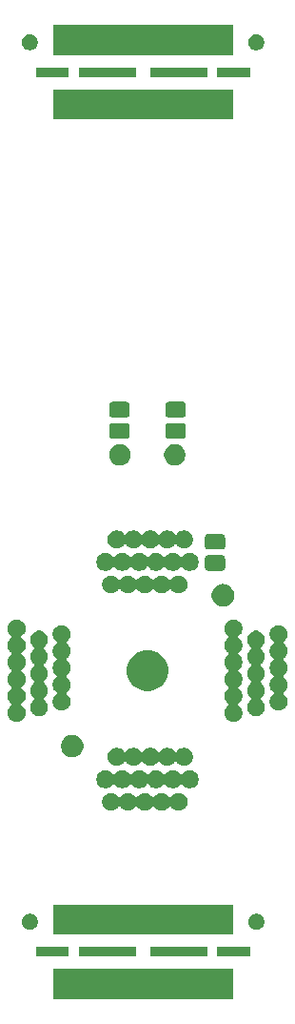
<source format=gbr>
G04 #@! TF.GenerationSoftware,KiCad,Pcbnew,5.0.2-bee76a0~70~ubuntu18.04.1*
G04 #@! TF.CreationDate,2019-05-09T10:06:34+02:00*
G04 #@! TF.ProjectId,stm32f205,73746d33-3266-4323-9035-2e6b69636164,rev?*
G04 #@! TF.SameCoordinates,Original*
G04 #@! TF.FileFunction,Soldermask,Bot*
G04 #@! TF.FilePolarity,Negative*
%FSLAX46Y46*%
G04 Gerber Fmt 4.6, Leading zero omitted, Abs format (unit mm)*
G04 Created by KiCad (PCBNEW 5.0.2-bee76a0~70~ubuntu18.04.1) date jeu. 09 mai 2019 10:06:34 CEST*
%MOMM*%
%LPD*%
G01*
G04 APERTURE LIST*
%ADD10C,0.100000*%
G04 APERTURE END LIST*
D10*
G36*
X119756017Y-147176027D02*
X103746017Y-147176027D01*
X103746017Y-144506027D01*
X119756017Y-144506027D01*
X119756017Y-147176027D01*
X119756017Y-147176027D01*
G37*
G36*
X121286017Y-143391027D02*
X118346017Y-143391027D01*
X118346017Y-142561027D01*
X121286017Y-142561027D01*
X121286017Y-143391027D01*
X121286017Y-143391027D01*
G37*
G36*
X111126017Y-143391027D02*
X106026017Y-143391027D01*
X106026017Y-142561027D01*
X111126017Y-142561027D01*
X111126017Y-143391027D01*
X111126017Y-143391027D01*
G37*
G36*
X105156017Y-143391027D02*
X102216017Y-143391027D01*
X102216017Y-142561027D01*
X105156017Y-142561027D01*
X105156017Y-143391027D01*
X105156017Y-143391027D01*
G37*
G36*
X117476017Y-143391027D02*
X112376017Y-143391027D01*
X112376017Y-142561027D01*
X117476017Y-142561027D01*
X117476017Y-143391027D01*
X117476017Y-143391027D01*
G37*
G36*
X119756017Y-141446027D02*
X103746017Y-141446027D01*
X103746017Y-138776027D01*
X119756017Y-138776027D01*
X119756017Y-141446027D01*
X119756017Y-141446027D01*
G37*
G36*
X101893116Y-139623312D02*
X102022328Y-139676833D01*
X102138618Y-139754536D01*
X102237508Y-139853426D01*
X102315211Y-139969716D01*
X102368732Y-140098928D01*
X102396017Y-140236099D01*
X102396017Y-140375955D01*
X102368732Y-140513126D01*
X102315211Y-140642338D01*
X102237508Y-140758628D01*
X102138618Y-140857518D01*
X102022328Y-140935221D01*
X101893116Y-140988742D01*
X101755946Y-141016027D01*
X101616088Y-141016027D01*
X101478918Y-140988742D01*
X101349706Y-140935221D01*
X101233416Y-140857518D01*
X101134526Y-140758628D01*
X101056823Y-140642338D01*
X101003302Y-140513126D01*
X100976017Y-140375955D01*
X100976017Y-140236099D01*
X101003302Y-140098928D01*
X101056823Y-139969716D01*
X101134526Y-139853426D01*
X101233416Y-139754536D01*
X101349706Y-139676833D01*
X101478918Y-139623312D01*
X101616088Y-139596027D01*
X101755946Y-139596027D01*
X101893116Y-139623312D01*
X101893116Y-139623312D01*
G37*
G36*
X122023116Y-139623312D02*
X122152328Y-139676833D01*
X122268618Y-139754536D01*
X122367508Y-139853426D01*
X122445211Y-139969716D01*
X122498732Y-140098928D01*
X122526017Y-140236099D01*
X122526017Y-140375955D01*
X122498732Y-140513126D01*
X122445211Y-140642338D01*
X122367508Y-140758628D01*
X122268618Y-140857518D01*
X122152328Y-140935221D01*
X122023116Y-140988742D01*
X121885946Y-141016027D01*
X121746088Y-141016027D01*
X121608918Y-140988742D01*
X121479706Y-140935221D01*
X121363416Y-140857518D01*
X121264526Y-140758628D01*
X121186823Y-140642338D01*
X121133302Y-140513126D01*
X121106017Y-140375955D01*
X121106017Y-140236099D01*
X121133302Y-140098928D01*
X121186823Y-139969716D01*
X121264526Y-139853426D01*
X121363416Y-139754536D01*
X121479706Y-139676833D01*
X121608918Y-139623312D01*
X121746088Y-139596027D01*
X121885946Y-139596027D01*
X122023116Y-139623312D01*
X122023116Y-139623312D01*
G37*
G36*
X109134369Y-128891770D02*
X109279958Y-128952075D01*
X109410990Y-129039628D01*
X109522418Y-129151056D01*
X109547084Y-129187971D01*
X109562629Y-129206913D01*
X109581571Y-129222458D01*
X109603182Y-129234009D01*
X109626631Y-129241122D01*
X109651018Y-129243524D01*
X109675404Y-129241122D01*
X109698853Y-129234009D01*
X109720464Y-129222457D01*
X109739406Y-129206912D01*
X109754950Y-129187971D01*
X109779616Y-129151056D01*
X109891044Y-129039628D01*
X110022076Y-128952075D01*
X110167665Y-128891770D01*
X110322222Y-128861027D01*
X110479812Y-128861027D01*
X110634369Y-128891770D01*
X110779958Y-128952075D01*
X110910990Y-129039628D01*
X111022418Y-129151056D01*
X111047084Y-129187971D01*
X111062629Y-129206913D01*
X111081571Y-129222458D01*
X111103182Y-129234009D01*
X111126631Y-129241122D01*
X111151018Y-129243524D01*
X111175404Y-129241122D01*
X111198853Y-129234009D01*
X111220464Y-129222457D01*
X111239406Y-129206912D01*
X111254950Y-129187971D01*
X111279616Y-129151056D01*
X111391044Y-129039628D01*
X111522076Y-128952075D01*
X111667665Y-128891770D01*
X111822222Y-128861027D01*
X111979812Y-128861027D01*
X112134369Y-128891770D01*
X112279958Y-128952075D01*
X112410990Y-129039628D01*
X112522418Y-129151056D01*
X112547084Y-129187971D01*
X112562629Y-129206913D01*
X112581571Y-129222458D01*
X112603182Y-129234009D01*
X112626631Y-129241122D01*
X112651018Y-129243524D01*
X112675404Y-129241122D01*
X112698853Y-129234009D01*
X112720464Y-129222457D01*
X112739406Y-129206912D01*
X112754950Y-129187971D01*
X112779616Y-129151056D01*
X112891044Y-129039628D01*
X113022076Y-128952075D01*
X113167665Y-128891770D01*
X113322222Y-128861027D01*
X113479812Y-128861027D01*
X113634369Y-128891770D01*
X113779958Y-128952075D01*
X113910990Y-129039628D01*
X114022418Y-129151056D01*
X114047084Y-129187971D01*
X114062629Y-129206913D01*
X114081571Y-129222458D01*
X114103182Y-129234009D01*
X114126631Y-129241122D01*
X114151018Y-129243524D01*
X114175404Y-129241122D01*
X114198853Y-129234009D01*
X114220464Y-129222457D01*
X114239406Y-129206912D01*
X114254950Y-129187971D01*
X114279616Y-129151056D01*
X114391044Y-129039628D01*
X114522076Y-128952075D01*
X114667665Y-128891770D01*
X114822222Y-128861027D01*
X114979812Y-128861027D01*
X115134369Y-128891770D01*
X115279958Y-128952075D01*
X115410990Y-129039628D01*
X115522416Y-129151054D01*
X115609969Y-129282086D01*
X115670274Y-129427675D01*
X115701017Y-129582232D01*
X115701017Y-129739822D01*
X115670274Y-129894379D01*
X115609969Y-130039968D01*
X115522416Y-130171000D01*
X115410990Y-130282426D01*
X115279958Y-130369979D01*
X115134369Y-130430284D01*
X114979812Y-130461027D01*
X114822222Y-130461027D01*
X114667665Y-130430284D01*
X114522076Y-130369979D01*
X114391044Y-130282426D01*
X114279616Y-130170998D01*
X114254950Y-130134083D01*
X114239405Y-130115141D01*
X114220463Y-130099596D01*
X114198852Y-130088045D01*
X114175403Y-130080932D01*
X114151016Y-130078530D01*
X114126630Y-130080932D01*
X114103181Y-130088045D01*
X114081570Y-130099597D01*
X114062628Y-130115142D01*
X114047084Y-130134083D01*
X114022418Y-130170998D01*
X113910990Y-130282426D01*
X113779958Y-130369979D01*
X113634369Y-130430284D01*
X113479812Y-130461027D01*
X113322222Y-130461027D01*
X113167665Y-130430284D01*
X113022076Y-130369979D01*
X112891044Y-130282426D01*
X112779616Y-130170998D01*
X112754950Y-130134083D01*
X112739405Y-130115141D01*
X112720463Y-130099596D01*
X112698852Y-130088045D01*
X112675403Y-130080932D01*
X112651016Y-130078530D01*
X112626630Y-130080932D01*
X112603181Y-130088045D01*
X112581570Y-130099597D01*
X112562628Y-130115142D01*
X112547084Y-130134083D01*
X112522418Y-130170998D01*
X112410990Y-130282426D01*
X112279958Y-130369979D01*
X112134369Y-130430284D01*
X111979812Y-130461027D01*
X111822222Y-130461027D01*
X111667665Y-130430284D01*
X111522076Y-130369979D01*
X111391044Y-130282426D01*
X111279616Y-130170998D01*
X111254950Y-130134083D01*
X111239405Y-130115141D01*
X111220463Y-130099596D01*
X111198852Y-130088045D01*
X111175403Y-130080932D01*
X111151016Y-130078530D01*
X111126630Y-130080932D01*
X111103181Y-130088045D01*
X111081570Y-130099597D01*
X111062628Y-130115142D01*
X111047084Y-130134083D01*
X111022418Y-130170998D01*
X110910990Y-130282426D01*
X110779958Y-130369979D01*
X110634369Y-130430284D01*
X110479812Y-130461027D01*
X110322222Y-130461027D01*
X110167665Y-130430284D01*
X110022076Y-130369979D01*
X109891044Y-130282426D01*
X109779616Y-130170998D01*
X109754950Y-130134083D01*
X109739405Y-130115141D01*
X109720463Y-130099596D01*
X109698852Y-130088045D01*
X109675403Y-130080932D01*
X109651016Y-130078530D01*
X109626630Y-130080932D01*
X109603181Y-130088045D01*
X109581570Y-130099597D01*
X109562628Y-130115142D01*
X109547084Y-130134083D01*
X109522418Y-130170998D01*
X109410990Y-130282426D01*
X109279958Y-130369979D01*
X109134369Y-130430284D01*
X108979812Y-130461027D01*
X108822222Y-130461027D01*
X108667665Y-130430284D01*
X108522076Y-130369979D01*
X108391044Y-130282426D01*
X108279618Y-130171000D01*
X108192065Y-130039968D01*
X108131760Y-129894379D01*
X108101017Y-129739822D01*
X108101017Y-129582232D01*
X108131760Y-129427675D01*
X108192065Y-129282086D01*
X108279618Y-129151054D01*
X108391044Y-129039628D01*
X108522076Y-128952075D01*
X108667665Y-128891770D01*
X108822222Y-128861027D01*
X108979812Y-128861027D01*
X109134369Y-128891770D01*
X109134369Y-128891770D01*
G37*
G36*
X108634369Y-126891770D02*
X108779958Y-126952075D01*
X108910990Y-127039628D01*
X109022418Y-127151056D01*
X109047084Y-127187971D01*
X109062629Y-127206913D01*
X109081571Y-127222458D01*
X109103182Y-127234009D01*
X109126631Y-127241122D01*
X109151018Y-127243524D01*
X109175404Y-127241122D01*
X109198853Y-127234009D01*
X109220464Y-127222457D01*
X109239406Y-127206912D01*
X109254950Y-127187971D01*
X109279616Y-127151056D01*
X109391044Y-127039628D01*
X109522076Y-126952075D01*
X109667665Y-126891770D01*
X109822222Y-126861027D01*
X109979812Y-126861027D01*
X110134369Y-126891770D01*
X110279958Y-126952075D01*
X110410990Y-127039628D01*
X110522418Y-127151056D01*
X110547084Y-127187971D01*
X110562629Y-127206913D01*
X110581571Y-127222458D01*
X110603182Y-127234009D01*
X110626631Y-127241122D01*
X110651018Y-127243524D01*
X110675404Y-127241122D01*
X110698853Y-127234009D01*
X110720464Y-127222457D01*
X110739406Y-127206912D01*
X110754950Y-127187971D01*
X110779616Y-127151056D01*
X110891044Y-127039628D01*
X111022076Y-126952075D01*
X111167665Y-126891770D01*
X111322222Y-126861027D01*
X111479812Y-126861027D01*
X111634369Y-126891770D01*
X111779958Y-126952075D01*
X111910990Y-127039628D01*
X112022418Y-127151056D01*
X112047084Y-127187971D01*
X112062629Y-127206913D01*
X112081571Y-127222458D01*
X112103182Y-127234009D01*
X112126631Y-127241122D01*
X112151018Y-127243524D01*
X112175404Y-127241122D01*
X112198853Y-127234009D01*
X112220464Y-127222457D01*
X112239406Y-127206912D01*
X112254950Y-127187971D01*
X112279616Y-127151056D01*
X112391044Y-127039628D01*
X112522076Y-126952075D01*
X112667665Y-126891770D01*
X112822222Y-126861027D01*
X112979812Y-126861027D01*
X113134369Y-126891770D01*
X113279958Y-126952075D01*
X113410990Y-127039628D01*
X113522418Y-127151056D01*
X113547084Y-127187971D01*
X113562629Y-127206913D01*
X113581571Y-127222458D01*
X113603182Y-127234009D01*
X113626631Y-127241122D01*
X113651018Y-127243524D01*
X113675404Y-127241122D01*
X113698853Y-127234009D01*
X113720464Y-127222457D01*
X113739406Y-127206912D01*
X113754950Y-127187971D01*
X113779616Y-127151056D01*
X113891044Y-127039628D01*
X114022076Y-126952075D01*
X114167665Y-126891770D01*
X114322222Y-126861027D01*
X114479812Y-126861027D01*
X114634369Y-126891770D01*
X114779958Y-126952075D01*
X114910990Y-127039628D01*
X115022418Y-127151056D01*
X115047084Y-127187971D01*
X115062629Y-127206913D01*
X115081571Y-127222458D01*
X115103182Y-127234009D01*
X115126631Y-127241122D01*
X115151018Y-127243524D01*
X115175404Y-127241122D01*
X115198853Y-127234009D01*
X115220464Y-127222457D01*
X115239406Y-127206912D01*
X115254950Y-127187971D01*
X115279616Y-127151056D01*
X115391044Y-127039628D01*
X115522076Y-126952075D01*
X115667665Y-126891770D01*
X115822222Y-126861027D01*
X115979812Y-126861027D01*
X116134369Y-126891770D01*
X116279958Y-126952075D01*
X116410990Y-127039628D01*
X116522416Y-127151054D01*
X116609969Y-127282086D01*
X116670274Y-127427675D01*
X116701017Y-127582232D01*
X116701017Y-127739822D01*
X116670274Y-127894379D01*
X116609969Y-128039968D01*
X116522416Y-128171000D01*
X116410990Y-128282426D01*
X116279958Y-128369979D01*
X116134369Y-128430284D01*
X115979812Y-128461027D01*
X115822222Y-128461027D01*
X115667665Y-128430284D01*
X115522076Y-128369979D01*
X115391044Y-128282426D01*
X115279616Y-128170998D01*
X115254950Y-128134083D01*
X115239405Y-128115141D01*
X115220463Y-128099596D01*
X115198852Y-128088045D01*
X115175403Y-128080932D01*
X115151016Y-128078530D01*
X115126630Y-128080932D01*
X115103181Y-128088045D01*
X115081570Y-128099597D01*
X115062628Y-128115142D01*
X115047084Y-128134083D01*
X115022418Y-128170998D01*
X114910990Y-128282426D01*
X114779958Y-128369979D01*
X114634369Y-128430284D01*
X114479812Y-128461027D01*
X114322222Y-128461027D01*
X114167665Y-128430284D01*
X114022076Y-128369979D01*
X113891044Y-128282426D01*
X113779616Y-128170998D01*
X113754950Y-128134083D01*
X113739405Y-128115141D01*
X113720463Y-128099596D01*
X113698852Y-128088045D01*
X113675403Y-128080932D01*
X113651016Y-128078530D01*
X113626630Y-128080932D01*
X113603181Y-128088045D01*
X113581570Y-128099597D01*
X113562628Y-128115142D01*
X113547084Y-128134083D01*
X113522418Y-128170998D01*
X113410990Y-128282426D01*
X113279958Y-128369979D01*
X113134369Y-128430284D01*
X112979812Y-128461027D01*
X112822222Y-128461027D01*
X112667665Y-128430284D01*
X112522076Y-128369979D01*
X112391044Y-128282426D01*
X112279616Y-128170998D01*
X112254950Y-128134083D01*
X112239405Y-128115141D01*
X112220463Y-128099596D01*
X112198852Y-128088045D01*
X112175403Y-128080932D01*
X112151016Y-128078530D01*
X112126630Y-128080932D01*
X112103181Y-128088045D01*
X112081570Y-128099597D01*
X112062628Y-128115142D01*
X112047084Y-128134083D01*
X112022418Y-128170998D01*
X111910990Y-128282426D01*
X111779958Y-128369979D01*
X111634369Y-128430284D01*
X111479812Y-128461027D01*
X111322222Y-128461027D01*
X111167665Y-128430284D01*
X111022076Y-128369979D01*
X110891044Y-128282426D01*
X110779616Y-128170998D01*
X110754950Y-128134083D01*
X110739405Y-128115141D01*
X110720463Y-128099596D01*
X110698852Y-128088045D01*
X110675403Y-128080932D01*
X110651016Y-128078530D01*
X110626630Y-128080932D01*
X110603181Y-128088045D01*
X110581570Y-128099597D01*
X110562628Y-128115142D01*
X110547084Y-128134083D01*
X110522418Y-128170998D01*
X110410990Y-128282426D01*
X110279958Y-128369979D01*
X110134369Y-128430284D01*
X109979812Y-128461027D01*
X109822222Y-128461027D01*
X109667665Y-128430284D01*
X109522076Y-128369979D01*
X109391044Y-128282426D01*
X109279616Y-128170998D01*
X109254950Y-128134083D01*
X109239405Y-128115141D01*
X109220463Y-128099596D01*
X109198852Y-128088045D01*
X109175403Y-128080932D01*
X109151016Y-128078530D01*
X109126630Y-128080932D01*
X109103181Y-128088045D01*
X109081570Y-128099597D01*
X109062628Y-128115142D01*
X109047084Y-128134083D01*
X109022418Y-128170998D01*
X108910990Y-128282426D01*
X108779958Y-128369979D01*
X108634369Y-128430284D01*
X108479812Y-128461027D01*
X108322222Y-128461027D01*
X108167665Y-128430284D01*
X108022076Y-128369979D01*
X107891044Y-128282426D01*
X107779618Y-128171000D01*
X107692065Y-128039968D01*
X107631760Y-127894379D01*
X107601017Y-127739822D01*
X107601017Y-127582232D01*
X107631760Y-127427675D01*
X107692065Y-127282086D01*
X107779618Y-127151054D01*
X107891044Y-127039628D01*
X108022076Y-126952075D01*
X108167665Y-126891770D01*
X108322222Y-126861027D01*
X108479812Y-126861027D01*
X108634369Y-126891770D01*
X108634369Y-126891770D01*
G37*
G36*
X109634369Y-124891770D02*
X109779958Y-124952075D01*
X109910990Y-125039628D01*
X110022418Y-125151056D01*
X110047084Y-125187971D01*
X110062629Y-125206913D01*
X110081571Y-125222458D01*
X110103182Y-125234009D01*
X110126631Y-125241122D01*
X110151018Y-125243524D01*
X110175404Y-125241122D01*
X110198853Y-125234009D01*
X110220464Y-125222457D01*
X110239406Y-125206912D01*
X110254950Y-125187971D01*
X110279616Y-125151056D01*
X110391044Y-125039628D01*
X110522076Y-124952075D01*
X110667665Y-124891770D01*
X110822222Y-124861027D01*
X110979812Y-124861027D01*
X111134369Y-124891770D01*
X111279958Y-124952075D01*
X111410990Y-125039628D01*
X111522418Y-125151056D01*
X111547084Y-125187971D01*
X111562629Y-125206913D01*
X111581571Y-125222458D01*
X111603182Y-125234009D01*
X111626631Y-125241122D01*
X111651018Y-125243524D01*
X111675404Y-125241122D01*
X111698853Y-125234009D01*
X111720464Y-125222457D01*
X111739406Y-125206912D01*
X111754950Y-125187971D01*
X111779616Y-125151056D01*
X111891044Y-125039628D01*
X112022076Y-124952075D01*
X112167665Y-124891770D01*
X112322222Y-124861027D01*
X112479812Y-124861027D01*
X112634369Y-124891770D01*
X112779958Y-124952075D01*
X112910990Y-125039628D01*
X113022418Y-125151056D01*
X113047084Y-125187971D01*
X113062629Y-125206913D01*
X113081571Y-125222458D01*
X113103182Y-125234009D01*
X113126631Y-125241122D01*
X113151018Y-125243524D01*
X113175404Y-125241122D01*
X113198853Y-125234009D01*
X113220464Y-125222457D01*
X113239406Y-125206912D01*
X113254950Y-125187971D01*
X113279616Y-125151056D01*
X113391044Y-125039628D01*
X113522076Y-124952075D01*
X113667665Y-124891770D01*
X113822222Y-124861027D01*
X113979812Y-124861027D01*
X114134369Y-124891770D01*
X114279958Y-124952075D01*
X114410990Y-125039628D01*
X114522418Y-125151056D01*
X114547084Y-125187971D01*
X114562629Y-125206913D01*
X114581571Y-125222458D01*
X114603182Y-125234009D01*
X114626631Y-125241122D01*
X114651018Y-125243524D01*
X114675404Y-125241122D01*
X114698853Y-125234009D01*
X114720464Y-125222457D01*
X114739406Y-125206912D01*
X114754950Y-125187971D01*
X114779616Y-125151056D01*
X114891044Y-125039628D01*
X115022076Y-124952075D01*
X115167665Y-124891770D01*
X115322222Y-124861027D01*
X115479812Y-124861027D01*
X115634369Y-124891770D01*
X115779958Y-124952075D01*
X115910990Y-125039628D01*
X116022416Y-125151054D01*
X116109969Y-125282086D01*
X116170274Y-125427675D01*
X116201017Y-125582232D01*
X116201017Y-125739822D01*
X116170274Y-125894379D01*
X116109969Y-126039968D01*
X116022416Y-126171000D01*
X115910990Y-126282426D01*
X115779958Y-126369979D01*
X115634369Y-126430284D01*
X115479812Y-126461027D01*
X115322222Y-126461027D01*
X115167665Y-126430284D01*
X115022076Y-126369979D01*
X114891044Y-126282426D01*
X114779616Y-126170998D01*
X114754950Y-126134083D01*
X114739405Y-126115141D01*
X114720463Y-126099596D01*
X114698852Y-126088045D01*
X114675403Y-126080932D01*
X114651016Y-126078530D01*
X114626630Y-126080932D01*
X114603181Y-126088045D01*
X114581570Y-126099597D01*
X114562628Y-126115142D01*
X114547084Y-126134083D01*
X114522418Y-126170998D01*
X114410990Y-126282426D01*
X114279958Y-126369979D01*
X114134369Y-126430284D01*
X113979812Y-126461027D01*
X113822222Y-126461027D01*
X113667665Y-126430284D01*
X113522076Y-126369979D01*
X113391044Y-126282426D01*
X113279616Y-126170998D01*
X113254950Y-126134083D01*
X113239405Y-126115141D01*
X113220463Y-126099596D01*
X113198852Y-126088045D01*
X113175403Y-126080932D01*
X113151016Y-126078530D01*
X113126630Y-126080932D01*
X113103181Y-126088045D01*
X113081570Y-126099597D01*
X113062628Y-126115142D01*
X113047084Y-126134083D01*
X113022418Y-126170998D01*
X112910990Y-126282426D01*
X112779958Y-126369979D01*
X112634369Y-126430284D01*
X112479812Y-126461027D01*
X112322222Y-126461027D01*
X112167665Y-126430284D01*
X112022076Y-126369979D01*
X111891044Y-126282426D01*
X111779616Y-126170998D01*
X111754950Y-126134083D01*
X111739405Y-126115141D01*
X111720463Y-126099596D01*
X111698852Y-126088045D01*
X111675403Y-126080932D01*
X111651016Y-126078530D01*
X111626630Y-126080932D01*
X111603181Y-126088045D01*
X111581570Y-126099597D01*
X111562628Y-126115142D01*
X111547084Y-126134083D01*
X111522418Y-126170998D01*
X111410990Y-126282426D01*
X111279958Y-126369979D01*
X111134369Y-126430284D01*
X110979812Y-126461027D01*
X110822222Y-126461027D01*
X110667665Y-126430284D01*
X110522076Y-126369979D01*
X110391044Y-126282426D01*
X110279616Y-126170998D01*
X110254950Y-126134083D01*
X110239405Y-126115141D01*
X110220463Y-126099596D01*
X110198852Y-126088045D01*
X110175403Y-126080932D01*
X110151016Y-126078530D01*
X110126630Y-126080932D01*
X110103181Y-126088045D01*
X110081570Y-126099597D01*
X110062628Y-126115142D01*
X110047084Y-126134083D01*
X110022418Y-126170998D01*
X109910990Y-126282426D01*
X109779958Y-126369979D01*
X109634369Y-126430284D01*
X109479812Y-126461027D01*
X109322222Y-126461027D01*
X109167665Y-126430284D01*
X109022076Y-126369979D01*
X108891044Y-126282426D01*
X108779618Y-126171000D01*
X108692065Y-126039968D01*
X108631760Y-125894379D01*
X108601017Y-125739822D01*
X108601017Y-125582232D01*
X108631760Y-125427675D01*
X108692065Y-125282086D01*
X108779618Y-125151054D01*
X108891044Y-125039628D01*
X109022076Y-124952075D01*
X109167665Y-124891770D01*
X109322222Y-124861027D01*
X109479812Y-124861027D01*
X109634369Y-124891770D01*
X109634369Y-124891770D01*
G37*
G36*
X105626787Y-123726399D02*
X105742706Y-123749456D01*
X105924695Y-123824838D01*
X106088480Y-123934276D01*
X106227768Y-124073564D01*
X106337206Y-124237349D01*
X106412588Y-124419338D01*
X106451017Y-124612536D01*
X106451017Y-124809518D01*
X106412588Y-125002716D01*
X106337206Y-125184705D01*
X106227768Y-125348490D01*
X106088480Y-125487778D01*
X105924695Y-125597216D01*
X105742706Y-125672598D01*
X105626787Y-125695655D01*
X105549510Y-125711027D01*
X105352524Y-125711027D01*
X105275247Y-125695655D01*
X105159328Y-125672598D01*
X104977339Y-125597216D01*
X104813554Y-125487778D01*
X104674266Y-125348490D01*
X104564828Y-125184705D01*
X104489446Y-125002716D01*
X104451017Y-124809518D01*
X104451017Y-124612536D01*
X104489446Y-124419338D01*
X104564828Y-124237349D01*
X104674266Y-124073564D01*
X104813554Y-123934276D01*
X104977339Y-123824838D01*
X105159328Y-123749456D01*
X105275247Y-123726399D01*
X105352524Y-123711027D01*
X105549510Y-123711027D01*
X105626787Y-123726399D01*
X105626787Y-123726399D01*
G37*
G36*
X100734369Y-113491770D02*
X100879958Y-113552075D01*
X101010990Y-113639628D01*
X101122416Y-113751054D01*
X101209969Y-113882086D01*
X101270274Y-114027675D01*
X101301017Y-114182232D01*
X101301017Y-114339822D01*
X101270274Y-114494379D01*
X101209969Y-114639968D01*
X101122416Y-114771000D01*
X101010988Y-114882428D01*
X100974073Y-114907094D01*
X100955131Y-114922639D01*
X100939586Y-114941581D01*
X100928035Y-114963192D01*
X100920922Y-114986641D01*
X100918520Y-115011028D01*
X100920922Y-115035414D01*
X100928035Y-115058863D01*
X100939587Y-115080474D01*
X100955132Y-115099416D01*
X100974073Y-115114960D01*
X101010988Y-115139626D01*
X101122416Y-115251054D01*
X101209969Y-115382086D01*
X101270274Y-115527675D01*
X101301017Y-115682232D01*
X101301017Y-115839822D01*
X101270274Y-115994379D01*
X101209969Y-116139968D01*
X101122416Y-116271000D01*
X101010988Y-116382428D01*
X100974073Y-116407094D01*
X100955131Y-116422639D01*
X100939586Y-116441581D01*
X100928035Y-116463192D01*
X100920922Y-116486641D01*
X100918520Y-116511028D01*
X100920922Y-116535414D01*
X100928035Y-116558863D01*
X100939587Y-116580474D01*
X100955132Y-116599416D01*
X100974073Y-116614960D01*
X101010988Y-116639626D01*
X101122416Y-116751054D01*
X101209969Y-116882086D01*
X101270274Y-117027675D01*
X101301017Y-117182232D01*
X101301017Y-117339822D01*
X101270274Y-117494379D01*
X101209969Y-117639968D01*
X101122416Y-117771000D01*
X101010988Y-117882428D01*
X100974073Y-117907094D01*
X100955131Y-117922639D01*
X100939586Y-117941581D01*
X100928035Y-117963192D01*
X100920922Y-117986641D01*
X100918520Y-118011028D01*
X100920922Y-118035414D01*
X100928035Y-118058863D01*
X100939587Y-118080474D01*
X100955132Y-118099416D01*
X100974073Y-118114960D01*
X101010988Y-118139626D01*
X101122416Y-118251054D01*
X101209969Y-118382086D01*
X101270274Y-118527675D01*
X101301017Y-118682232D01*
X101301017Y-118839822D01*
X101270274Y-118994379D01*
X101209969Y-119139968D01*
X101122416Y-119271000D01*
X101010988Y-119382428D01*
X100974073Y-119407094D01*
X100955131Y-119422639D01*
X100939586Y-119441581D01*
X100928035Y-119463192D01*
X100920922Y-119486641D01*
X100918520Y-119511028D01*
X100920922Y-119535414D01*
X100928035Y-119558863D01*
X100939587Y-119580474D01*
X100955132Y-119599416D01*
X100974073Y-119614960D01*
X101010988Y-119639626D01*
X101122416Y-119751054D01*
X101209969Y-119882086D01*
X101270274Y-120027675D01*
X101301017Y-120182232D01*
X101301017Y-120339822D01*
X101270274Y-120494379D01*
X101209969Y-120639968D01*
X101122416Y-120771000D01*
X101010988Y-120882428D01*
X100974073Y-120907094D01*
X100955131Y-120922639D01*
X100939586Y-120941581D01*
X100928035Y-120963192D01*
X100920922Y-120986641D01*
X100918520Y-121011028D01*
X100920922Y-121035414D01*
X100928035Y-121058863D01*
X100939587Y-121080474D01*
X100955132Y-121099416D01*
X100974073Y-121114960D01*
X101010988Y-121139626D01*
X101122416Y-121251054D01*
X101209969Y-121382086D01*
X101270274Y-121527675D01*
X101301017Y-121682232D01*
X101301017Y-121839822D01*
X101270274Y-121994379D01*
X101209969Y-122139968D01*
X101122416Y-122271000D01*
X101010990Y-122382426D01*
X100879958Y-122469979D01*
X100734369Y-122530284D01*
X100579812Y-122561027D01*
X100422222Y-122561027D01*
X100267665Y-122530284D01*
X100122076Y-122469979D01*
X99991044Y-122382426D01*
X99879618Y-122271000D01*
X99792065Y-122139968D01*
X99731760Y-121994379D01*
X99701017Y-121839822D01*
X99701017Y-121682232D01*
X99731760Y-121527675D01*
X99792065Y-121382086D01*
X99879618Y-121251054D01*
X99991046Y-121139626D01*
X100027961Y-121114960D01*
X100046903Y-121099415D01*
X100062448Y-121080473D01*
X100073999Y-121058862D01*
X100081112Y-121035413D01*
X100083514Y-121011026D01*
X100081112Y-120986640D01*
X100073999Y-120963191D01*
X100062447Y-120941580D01*
X100046902Y-120922638D01*
X100027961Y-120907094D01*
X99991046Y-120882428D01*
X99879618Y-120771000D01*
X99792065Y-120639968D01*
X99731760Y-120494379D01*
X99701017Y-120339822D01*
X99701017Y-120182232D01*
X99731760Y-120027675D01*
X99792065Y-119882086D01*
X99879618Y-119751054D01*
X99991046Y-119639626D01*
X100027961Y-119614960D01*
X100046903Y-119599415D01*
X100062448Y-119580473D01*
X100073999Y-119558862D01*
X100081112Y-119535413D01*
X100083514Y-119511026D01*
X100081112Y-119486640D01*
X100073999Y-119463191D01*
X100062447Y-119441580D01*
X100046902Y-119422638D01*
X100027961Y-119407094D01*
X99991046Y-119382428D01*
X99879618Y-119271000D01*
X99792065Y-119139968D01*
X99731760Y-118994379D01*
X99701017Y-118839822D01*
X99701017Y-118682232D01*
X99731760Y-118527675D01*
X99792065Y-118382086D01*
X99879618Y-118251054D01*
X99991046Y-118139626D01*
X100027961Y-118114960D01*
X100046903Y-118099415D01*
X100062448Y-118080473D01*
X100073999Y-118058862D01*
X100081112Y-118035413D01*
X100083514Y-118011026D01*
X100081112Y-117986640D01*
X100073999Y-117963191D01*
X100062447Y-117941580D01*
X100046902Y-117922638D01*
X100027961Y-117907094D01*
X99991046Y-117882428D01*
X99879618Y-117771000D01*
X99792065Y-117639968D01*
X99731760Y-117494379D01*
X99701017Y-117339822D01*
X99701017Y-117182232D01*
X99731760Y-117027675D01*
X99792065Y-116882086D01*
X99879618Y-116751054D01*
X99991046Y-116639626D01*
X100027961Y-116614960D01*
X100046903Y-116599415D01*
X100062448Y-116580473D01*
X100073999Y-116558862D01*
X100081112Y-116535413D01*
X100083514Y-116511026D01*
X100081112Y-116486640D01*
X100073999Y-116463191D01*
X100062447Y-116441580D01*
X100046902Y-116422638D01*
X100027961Y-116407094D01*
X99991046Y-116382428D01*
X99879618Y-116271000D01*
X99792065Y-116139968D01*
X99731760Y-115994379D01*
X99701017Y-115839822D01*
X99701017Y-115682232D01*
X99731760Y-115527675D01*
X99792065Y-115382086D01*
X99879618Y-115251054D01*
X99991046Y-115139626D01*
X100027961Y-115114960D01*
X100046903Y-115099415D01*
X100062448Y-115080473D01*
X100073999Y-115058862D01*
X100081112Y-115035413D01*
X100083514Y-115011026D01*
X100081112Y-114986640D01*
X100073999Y-114963191D01*
X100062447Y-114941580D01*
X100046902Y-114922638D01*
X100027961Y-114907094D01*
X99991046Y-114882428D01*
X99879618Y-114771000D01*
X99792065Y-114639968D01*
X99731760Y-114494379D01*
X99701017Y-114339822D01*
X99701017Y-114182232D01*
X99731760Y-114027675D01*
X99792065Y-113882086D01*
X99879618Y-113751054D01*
X99991044Y-113639628D01*
X100122076Y-113552075D01*
X100267665Y-113491770D01*
X100422222Y-113461027D01*
X100579812Y-113461027D01*
X100734369Y-113491770D01*
X100734369Y-113491770D01*
G37*
G36*
X120034369Y-113491770D02*
X120179958Y-113552075D01*
X120310990Y-113639628D01*
X120422416Y-113751054D01*
X120509969Y-113882086D01*
X120570274Y-114027675D01*
X120601017Y-114182232D01*
X120601017Y-114339822D01*
X120570274Y-114494379D01*
X120509969Y-114639968D01*
X120422416Y-114771000D01*
X120310988Y-114882428D01*
X120274073Y-114907094D01*
X120255131Y-114922639D01*
X120239586Y-114941581D01*
X120228035Y-114963192D01*
X120220922Y-114986641D01*
X120218520Y-115011028D01*
X120220922Y-115035414D01*
X120228035Y-115058863D01*
X120239587Y-115080474D01*
X120255132Y-115099416D01*
X120274073Y-115114960D01*
X120310988Y-115139626D01*
X120422416Y-115251054D01*
X120509969Y-115382086D01*
X120570274Y-115527675D01*
X120601017Y-115682232D01*
X120601017Y-115839822D01*
X120570274Y-115994379D01*
X120509969Y-116139968D01*
X120422416Y-116271000D01*
X120310988Y-116382428D01*
X120274073Y-116407094D01*
X120255131Y-116422639D01*
X120239586Y-116441581D01*
X120228035Y-116463192D01*
X120220922Y-116486641D01*
X120218520Y-116511028D01*
X120220922Y-116535414D01*
X120228035Y-116558863D01*
X120239587Y-116580474D01*
X120255132Y-116599416D01*
X120274073Y-116614960D01*
X120310988Y-116639626D01*
X120422416Y-116751054D01*
X120509969Y-116882086D01*
X120570274Y-117027675D01*
X120601017Y-117182232D01*
X120601017Y-117339822D01*
X120570274Y-117494379D01*
X120509969Y-117639968D01*
X120422416Y-117771000D01*
X120310988Y-117882428D01*
X120274073Y-117907094D01*
X120255131Y-117922639D01*
X120239586Y-117941581D01*
X120228035Y-117963192D01*
X120220922Y-117986641D01*
X120218520Y-118011028D01*
X120220922Y-118035414D01*
X120228035Y-118058863D01*
X120239587Y-118080474D01*
X120255132Y-118099416D01*
X120274073Y-118114960D01*
X120310988Y-118139626D01*
X120422416Y-118251054D01*
X120509969Y-118382086D01*
X120570274Y-118527675D01*
X120601017Y-118682232D01*
X120601017Y-118839822D01*
X120570274Y-118994379D01*
X120509969Y-119139968D01*
X120422416Y-119271000D01*
X120310988Y-119382428D01*
X120274073Y-119407094D01*
X120255131Y-119422639D01*
X120239586Y-119441581D01*
X120228035Y-119463192D01*
X120220922Y-119486641D01*
X120218520Y-119511028D01*
X120220922Y-119535414D01*
X120228035Y-119558863D01*
X120239587Y-119580474D01*
X120255132Y-119599416D01*
X120274073Y-119614960D01*
X120310988Y-119639626D01*
X120422416Y-119751054D01*
X120509969Y-119882086D01*
X120570274Y-120027675D01*
X120601017Y-120182232D01*
X120601017Y-120339822D01*
X120570274Y-120494379D01*
X120509969Y-120639968D01*
X120422416Y-120771000D01*
X120310988Y-120882428D01*
X120274073Y-120907094D01*
X120255131Y-120922639D01*
X120239586Y-120941581D01*
X120228035Y-120963192D01*
X120220922Y-120986641D01*
X120218520Y-121011028D01*
X120220922Y-121035414D01*
X120228035Y-121058863D01*
X120239587Y-121080474D01*
X120255132Y-121099416D01*
X120274073Y-121114960D01*
X120310988Y-121139626D01*
X120422416Y-121251054D01*
X120509969Y-121382086D01*
X120570274Y-121527675D01*
X120601017Y-121682232D01*
X120601017Y-121839822D01*
X120570274Y-121994379D01*
X120509969Y-122139968D01*
X120422416Y-122271000D01*
X120310990Y-122382426D01*
X120179958Y-122469979D01*
X120034369Y-122530284D01*
X119879812Y-122561027D01*
X119722222Y-122561027D01*
X119567665Y-122530284D01*
X119422076Y-122469979D01*
X119291044Y-122382426D01*
X119179618Y-122271000D01*
X119092065Y-122139968D01*
X119031760Y-121994379D01*
X119001017Y-121839822D01*
X119001017Y-121682232D01*
X119031760Y-121527675D01*
X119092065Y-121382086D01*
X119179618Y-121251054D01*
X119291046Y-121139626D01*
X119327961Y-121114960D01*
X119346903Y-121099415D01*
X119362448Y-121080473D01*
X119373999Y-121058862D01*
X119381112Y-121035413D01*
X119383514Y-121011026D01*
X119381112Y-120986640D01*
X119373999Y-120963191D01*
X119362447Y-120941580D01*
X119346902Y-120922638D01*
X119327961Y-120907094D01*
X119291046Y-120882428D01*
X119179618Y-120771000D01*
X119092065Y-120639968D01*
X119031760Y-120494379D01*
X119001017Y-120339822D01*
X119001017Y-120182232D01*
X119031760Y-120027675D01*
X119092065Y-119882086D01*
X119179618Y-119751054D01*
X119291046Y-119639626D01*
X119327961Y-119614960D01*
X119346903Y-119599415D01*
X119362448Y-119580473D01*
X119373999Y-119558862D01*
X119381112Y-119535413D01*
X119383514Y-119511026D01*
X119381112Y-119486640D01*
X119373999Y-119463191D01*
X119362447Y-119441580D01*
X119346902Y-119422638D01*
X119327961Y-119407094D01*
X119291046Y-119382428D01*
X119179618Y-119271000D01*
X119092065Y-119139968D01*
X119031760Y-118994379D01*
X119001017Y-118839822D01*
X119001017Y-118682232D01*
X119031760Y-118527675D01*
X119092065Y-118382086D01*
X119179618Y-118251054D01*
X119291046Y-118139626D01*
X119327961Y-118114960D01*
X119346903Y-118099415D01*
X119362448Y-118080473D01*
X119373999Y-118058862D01*
X119381112Y-118035413D01*
X119383514Y-118011026D01*
X119381112Y-117986640D01*
X119373999Y-117963191D01*
X119362447Y-117941580D01*
X119346902Y-117922638D01*
X119327961Y-117907094D01*
X119291046Y-117882428D01*
X119179618Y-117771000D01*
X119092065Y-117639968D01*
X119031760Y-117494379D01*
X119001017Y-117339822D01*
X119001017Y-117182232D01*
X119031760Y-117027675D01*
X119092065Y-116882086D01*
X119179618Y-116751054D01*
X119291046Y-116639626D01*
X119327961Y-116614960D01*
X119346903Y-116599415D01*
X119362448Y-116580473D01*
X119373999Y-116558862D01*
X119381112Y-116535413D01*
X119383514Y-116511026D01*
X119381112Y-116486640D01*
X119373999Y-116463191D01*
X119362447Y-116441580D01*
X119346902Y-116422638D01*
X119327961Y-116407094D01*
X119291046Y-116382428D01*
X119179618Y-116271000D01*
X119092065Y-116139968D01*
X119031760Y-115994379D01*
X119001017Y-115839822D01*
X119001017Y-115682232D01*
X119031760Y-115527675D01*
X119092065Y-115382086D01*
X119179618Y-115251054D01*
X119291046Y-115139626D01*
X119327961Y-115114960D01*
X119346903Y-115099415D01*
X119362448Y-115080473D01*
X119373999Y-115058862D01*
X119381112Y-115035413D01*
X119383514Y-115011026D01*
X119381112Y-114986640D01*
X119373999Y-114963191D01*
X119362447Y-114941580D01*
X119346902Y-114922638D01*
X119327961Y-114907094D01*
X119291046Y-114882428D01*
X119179618Y-114771000D01*
X119092065Y-114639968D01*
X119031760Y-114494379D01*
X119001017Y-114339822D01*
X119001017Y-114182232D01*
X119031760Y-114027675D01*
X119092065Y-113882086D01*
X119179618Y-113751054D01*
X119291044Y-113639628D01*
X119422076Y-113552075D01*
X119567665Y-113491770D01*
X119722222Y-113461027D01*
X119879812Y-113461027D01*
X120034369Y-113491770D01*
X120034369Y-113491770D01*
G37*
G36*
X102734369Y-114491770D02*
X102879958Y-114552075D01*
X103010990Y-114639628D01*
X103122416Y-114751054D01*
X103209969Y-114882086D01*
X103270274Y-115027675D01*
X103301017Y-115182232D01*
X103301017Y-115339822D01*
X103270274Y-115494379D01*
X103209969Y-115639968D01*
X103122416Y-115771000D01*
X103010988Y-115882428D01*
X102974073Y-115907094D01*
X102955131Y-115922639D01*
X102939586Y-115941581D01*
X102928035Y-115963192D01*
X102920922Y-115986641D01*
X102918520Y-116011028D01*
X102920922Y-116035414D01*
X102928035Y-116058863D01*
X102939587Y-116080474D01*
X102955132Y-116099416D01*
X102974073Y-116114960D01*
X103010988Y-116139626D01*
X103122416Y-116251054D01*
X103209969Y-116382086D01*
X103270274Y-116527675D01*
X103301017Y-116682232D01*
X103301017Y-116839822D01*
X103270274Y-116994379D01*
X103209969Y-117139968D01*
X103122416Y-117271000D01*
X103010988Y-117382428D01*
X102974073Y-117407094D01*
X102955131Y-117422639D01*
X102939586Y-117441581D01*
X102928035Y-117463192D01*
X102920922Y-117486641D01*
X102918520Y-117511028D01*
X102920922Y-117535414D01*
X102928035Y-117558863D01*
X102939587Y-117580474D01*
X102955132Y-117599416D01*
X102974073Y-117614960D01*
X103010988Y-117639626D01*
X103122416Y-117751054D01*
X103209969Y-117882086D01*
X103270274Y-118027675D01*
X103301017Y-118182232D01*
X103301017Y-118339822D01*
X103270274Y-118494379D01*
X103209969Y-118639968D01*
X103122416Y-118771000D01*
X103010988Y-118882428D01*
X102974073Y-118907094D01*
X102955131Y-118922639D01*
X102939586Y-118941581D01*
X102928035Y-118963192D01*
X102920922Y-118986641D01*
X102918520Y-119011028D01*
X102920922Y-119035414D01*
X102928035Y-119058863D01*
X102939587Y-119080474D01*
X102955132Y-119099416D01*
X102974073Y-119114960D01*
X103010988Y-119139626D01*
X103122416Y-119251054D01*
X103209969Y-119382086D01*
X103270274Y-119527675D01*
X103301017Y-119682232D01*
X103301017Y-119839822D01*
X103270274Y-119994379D01*
X103209969Y-120139968D01*
X103122416Y-120271000D01*
X103010988Y-120382428D01*
X102974073Y-120407094D01*
X102955131Y-120422639D01*
X102939586Y-120441581D01*
X102928035Y-120463192D01*
X102920922Y-120486641D01*
X102918520Y-120511028D01*
X102920922Y-120535414D01*
X102928035Y-120558863D01*
X102939587Y-120580474D01*
X102955132Y-120599416D01*
X102974073Y-120614960D01*
X103010988Y-120639626D01*
X103122416Y-120751054D01*
X103209969Y-120882086D01*
X103270274Y-121027675D01*
X103301017Y-121182232D01*
X103301017Y-121339822D01*
X103270274Y-121494379D01*
X103209969Y-121639968D01*
X103122416Y-121771000D01*
X103010990Y-121882426D01*
X102879958Y-121969979D01*
X102734369Y-122030284D01*
X102579812Y-122061027D01*
X102422222Y-122061027D01*
X102267665Y-122030284D01*
X102122076Y-121969979D01*
X101991044Y-121882426D01*
X101879618Y-121771000D01*
X101792065Y-121639968D01*
X101731760Y-121494379D01*
X101701017Y-121339822D01*
X101701017Y-121182232D01*
X101731760Y-121027675D01*
X101792065Y-120882086D01*
X101879618Y-120751054D01*
X101991046Y-120639626D01*
X102027961Y-120614960D01*
X102046903Y-120599415D01*
X102062448Y-120580473D01*
X102073999Y-120558862D01*
X102081112Y-120535413D01*
X102083514Y-120511026D01*
X102081112Y-120486640D01*
X102073999Y-120463191D01*
X102062447Y-120441580D01*
X102046902Y-120422638D01*
X102027961Y-120407094D01*
X101991046Y-120382428D01*
X101879618Y-120271000D01*
X101792065Y-120139968D01*
X101731760Y-119994379D01*
X101701017Y-119839822D01*
X101701017Y-119682232D01*
X101731760Y-119527675D01*
X101792065Y-119382086D01*
X101879618Y-119251054D01*
X101991046Y-119139626D01*
X102027961Y-119114960D01*
X102046903Y-119099415D01*
X102062448Y-119080473D01*
X102073999Y-119058862D01*
X102081112Y-119035413D01*
X102083514Y-119011026D01*
X102081112Y-118986640D01*
X102073999Y-118963191D01*
X102062447Y-118941580D01*
X102046902Y-118922638D01*
X102027961Y-118907094D01*
X101991046Y-118882428D01*
X101879618Y-118771000D01*
X101792065Y-118639968D01*
X101731760Y-118494379D01*
X101701017Y-118339822D01*
X101701017Y-118182232D01*
X101731760Y-118027675D01*
X101792065Y-117882086D01*
X101879618Y-117751054D01*
X101991046Y-117639626D01*
X102027961Y-117614960D01*
X102046903Y-117599415D01*
X102062448Y-117580473D01*
X102073999Y-117558862D01*
X102081112Y-117535413D01*
X102083514Y-117511026D01*
X102081112Y-117486640D01*
X102073999Y-117463191D01*
X102062447Y-117441580D01*
X102046902Y-117422638D01*
X102027961Y-117407094D01*
X101991046Y-117382428D01*
X101879618Y-117271000D01*
X101792065Y-117139968D01*
X101731760Y-116994379D01*
X101701017Y-116839822D01*
X101701017Y-116682232D01*
X101731760Y-116527675D01*
X101792065Y-116382086D01*
X101879618Y-116251054D01*
X101991046Y-116139626D01*
X102027961Y-116114960D01*
X102046903Y-116099415D01*
X102062448Y-116080473D01*
X102073999Y-116058862D01*
X102081112Y-116035413D01*
X102083514Y-116011026D01*
X102081112Y-115986640D01*
X102073999Y-115963191D01*
X102062447Y-115941580D01*
X102046902Y-115922638D01*
X102027961Y-115907094D01*
X101991046Y-115882428D01*
X101879618Y-115771000D01*
X101792065Y-115639968D01*
X101731760Y-115494379D01*
X101701017Y-115339822D01*
X101701017Y-115182232D01*
X101731760Y-115027675D01*
X101792065Y-114882086D01*
X101879618Y-114751054D01*
X101991044Y-114639628D01*
X102122076Y-114552075D01*
X102267665Y-114491770D01*
X102422222Y-114461027D01*
X102579812Y-114461027D01*
X102734369Y-114491770D01*
X102734369Y-114491770D01*
G37*
G36*
X122034369Y-114491770D02*
X122179958Y-114552075D01*
X122310990Y-114639628D01*
X122422416Y-114751054D01*
X122509969Y-114882086D01*
X122570274Y-115027675D01*
X122601017Y-115182232D01*
X122601017Y-115339822D01*
X122570274Y-115494379D01*
X122509969Y-115639968D01*
X122422416Y-115771000D01*
X122310988Y-115882428D01*
X122274073Y-115907094D01*
X122255131Y-115922639D01*
X122239586Y-115941581D01*
X122228035Y-115963192D01*
X122220922Y-115986641D01*
X122218520Y-116011028D01*
X122220922Y-116035414D01*
X122228035Y-116058863D01*
X122239587Y-116080474D01*
X122255132Y-116099416D01*
X122274073Y-116114960D01*
X122310988Y-116139626D01*
X122422416Y-116251054D01*
X122509969Y-116382086D01*
X122570274Y-116527675D01*
X122601017Y-116682232D01*
X122601017Y-116839822D01*
X122570274Y-116994379D01*
X122509969Y-117139968D01*
X122422416Y-117271000D01*
X122310988Y-117382428D01*
X122274073Y-117407094D01*
X122255131Y-117422639D01*
X122239586Y-117441581D01*
X122228035Y-117463192D01*
X122220922Y-117486641D01*
X122218520Y-117511028D01*
X122220922Y-117535414D01*
X122228035Y-117558863D01*
X122239587Y-117580474D01*
X122255132Y-117599416D01*
X122274073Y-117614960D01*
X122310988Y-117639626D01*
X122422416Y-117751054D01*
X122509969Y-117882086D01*
X122570274Y-118027675D01*
X122601017Y-118182232D01*
X122601017Y-118339822D01*
X122570274Y-118494379D01*
X122509969Y-118639968D01*
X122422416Y-118771000D01*
X122310988Y-118882428D01*
X122274073Y-118907094D01*
X122255131Y-118922639D01*
X122239586Y-118941581D01*
X122228035Y-118963192D01*
X122220922Y-118986641D01*
X122218520Y-119011028D01*
X122220922Y-119035414D01*
X122228035Y-119058863D01*
X122239587Y-119080474D01*
X122255132Y-119099416D01*
X122274073Y-119114960D01*
X122310988Y-119139626D01*
X122422416Y-119251054D01*
X122509969Y-119382086D01*
X122570274Y-119527675D01*
X122601017Y-119682232D01*
X122601017Y-119839822D01*
X122570274Y-119994379D01*
X122509969Y-120139968D01*
X122422416Y-120271000D01*
X122310988Y-120382428D01*
X122274073Y-120407094D01*
X122255131Y-120422639D01*
X122239586Y-120441581D01*
X122228035Y-120463192D01*
X122220922Y-120486641D01*
X122218520Y-120511028D01*
X122220922Y-120535414D01*
X122228035Y-120558863D01*
X122239587Y-120580474D01*
X122255132Y-120599416D01*
X122274073Y-120614960D01*
X122310988Y-120639626D01*
X122422416Y-120751054D01*
X122509969Y-120882086D01*
X122570274Y-121027675D01*
X122601017Y-121182232D01*
X122601017Y-121339822D01*
X122570274Y-121494379D01*
X122509969Y-121639968D01*
X122422416Y-121771000D01*
X122310990Y-121882426D01*
X122179958Y-121969979D01*
X122034369Y-122030284D01*
X121879812Y-122061027D01*
X121722222Y-122061027D01*
X121567665Y-122030284D01*
X121422076Y-121969979D01*
X121291044Y-121882426D01*
X121179618Y-121771000D01*
X121092065Y-121639968D01*
X121031760Y-121494379D01*
X121001017Y-121339822D01*
X121001017Y-121182232D01*
X121031760Y-121027675D01*
X121092065Y-120882086D01*
X121179618Y-120751054D01*
X121291046Y-120639626D01*
X121327961Y-120614960D01*
X121346903Y-120599415D01*
X121362448Y-120580473D01*
X121373999Y-120558862D01*
X121381112Y-120535413D01*
X121383514Y-120511026D01*
X121381112Y-120486640D01*
X121373999Y-120463191D01*
X121362447Y-120441580D01*
X121346902Y-120422638D01*
X121327961Y-120407094D01*
X121291046Y-120382428D01*
X121179618Y-120271000D01*
X121092065Y-120139968D01*
X121031760Y-119994379D01*
X121001017Y-119839822D01*
X121001017Y-119682232D01*
X121031760Y-119527675D01*
X121092065Y-119382086D01*
X121179618Y-119251054D01*
X121291046Y-119139626D01*
X121327961Y-119114960D01*
X121346903Y-119099415D01*
X121362448Y-119080473D01*
X121373999Y-119058862D01*
X121381112Y-119035413D01*
X121383514Y-119011026D01*
X121381112Y-118986640D01*
X121373999Y-118963191D01*
X121362447Y-118941580D01*
X121346902Y-118922638D01*
X121327961Y-118907094D01*
X121291046Y-118882428D01*
X121179618Y-118771000D01*
X121092065Y-118639968D01*
X121031760Y-118494379D01*
X121001017Y-118339822D01*
X121001017Y-118182232D01*
X121031760Y-118027675D01*
X121092065Y-117882086D01*
X121179618Y-117751054D01*
X121291046Y-117639626D01*
X121327961Y-117614960D01*
X121346903Y-117599415D01*
X121362448Y-117580473D01*
X121373999Y-117558862D01*
X121381112Y-117535413D01*
X121383514Y-117511026D01*
X121381112Y-117486640D01*
X121373999Y-117463191D01*
X121362447Y-117441580D01*
X121346902Y-117422638D01*
X121327961Y-117407094D01*
X121291046Y-117382428D01*
X121179618Y-117271000D01*
X121092065Y-117139968D01*
X121031760Y-116994379D01*
X121001017Y-116839822D01*
X121001017Y-116682232D01*
X121031760Y-116527675D01*
X121092065Y-116382086D01*
X121179618Y-116251054D01*
X121291046Y-116139626D01*
X121327961Y-116114960D01*
X121346903Y-116099415D01*
X121362448Y-116080473D01*
X121373999Y-116058862D01*
X121381112Y-116035413D01*
X121383514Y-116011026D01*
X121381112Y-115986640D01*
X121373999Y-115963191D01*
X121362447Y-115941580D01*
X121346902Y-115922638D01*
X121327961Y-115907094D01*
X121291046Y-115882428D01*
X121179618Y-115771000D01*
X121092065Y-115639968D01*
X121031760Y-115494379D01*
X121001017Y-115339822D01*
X121001017Y-115182232D01*
X121031760Y-115027675D01*
X121092065Y-114882086D01*
X121179618Y-114751054D01*
X121291044Y-114639628D01*
X121422076Y-114552075D01*
X121567665Y-114491770D01*
X121722222Y-114461027D01*
X121879812Y-114461027D01*
X122034369Y-114491770D01*
X122034369Y-114491770D01*
G37*
G36*
X104734369Y-113991770D02*
X104879958Y-114052075D01*
X105010990Y-114139628D01*
X105122416Y-114251054D01*
X105209969Y-114382086D01*
X105270274Y-114527675D01*
X105301017Y-114682232D01*
X105301017Y-114839822D01*
X105270274Y-114994379D01*
X105209969Y-115139968D01*
X105122416Y-115271000D01*
X105010988Y-115382428D01*
X104974073Y-115407094D01*
X104955131Y-115422639D01*
X104939586Y-115441581D01*
X104928035Y-115463192D01*
X104920922Y-115486641D01*
X104918520Y-115511028D01*
X104920922Y-115535414D01*
X104928035Y-115558863D01*
X104939587Y-115580474D01*
X104955132Y-115599416D01*
X104974073Y-115614960D01*
X105010988Y-115639626D01*
X105122416Y-115751054D01*
X105209969Y-115882086D01*
X105270274Y-116027675D01*
X105301017Y-116182232D01*
X105301017Y-116339822D01*
X105270274Y-116494379D01*
X105209969Y-116639968D01*
X105122416Y-116771000D01*
X105010988Y-116882428D01*
X104974073Y-116907094D01*
X104955131Y-116922639D01*
X104939586Y-116941581D01*
X104928035Y-116963192D01*
X104920922Y-116986641D01*
X104918520Y-117011028D01*
X104920922Y-117035414D01*
X104928035Y-117058863D01*
X104939587Y-117080474D01*
X104955132Y-117099416D01*
X104974073Y-117114960D01*
X105010988Y-117139626D01*
X105122416Y-117251054D01*
X105209969Y-117382086D01*
X105270274Y-117527675D01*
X105301017Y-117682232D01*
X105301017Y-117839822D01*
X105270274Y-117994379D01*
X105209969Y-118139968D01*
X105122416Y-118271000D01*
X105010988Y-118382428D01*
X104974073Y-118407094D01*
X104955131Y-118422639D01*
X104939586Y-118441581D01*
X104928035Y-118463192D01*
X104920922Y-118486641D01*
X104918520Y-118511028D01*
X104920922Y-118535414D01*
X104928035Y-118558863D01*
X104939587Y-118580474D01*
X104955132Y-118599416D01*
X104974073Y-118614960D01*
X105010988Y-118639626D01*
X105122416Y-118751054D01*
X105209969Y-118882086D01*
X105270274Y-119027675D01*
X105301017Y-119182232D01*
X105301017Y-119339822D01*
X105270274Y-119494379D01*
X105209969Y-119639968D01*
X105122416Y-119771000D01*
X105010988Y-119882428D01*
X104974073Y-119907094D01*
X104955131Y-119922639D01*
X104939586Y-119941581D01*
X104928035Y-119963192D01*
X104920922Y-119986641D01*
X104918520Y-120011028D01*
X104920922Y-120035414D01*
X104928035Y-120058863D01*
X104939587Y-120080474D01*
X104955132Y-120099416D01*
X104974073Y-120114960D01*
X105010988Y-120139626D01*
X105122416Y-120251054D01*
X105209969Y-120382086D01*
X105270274Y-120527675D01*
X105301017Y-120682232D01*
X105301017Y-120839822D01*
X105270274Y-120994379D01*
X105209969Y-121139968D01*
X105122416Y-121271000D01*
X105010990Y-121382426D01*
X104879958Y-121469979D01*
X104734369Y-121530284D01*
X104579812Y-121561027D01*
X104422222Y-121561027D01*
X104267665Y-121530284D01*
X104122076Y-121469979D01*
X103991044Y-121382426D01*
X103879618Y-121271000D01*
X103792065Y-121139968D01*
X103731760Y-120994379D01*
X103701017Y-120839822D01*
X103701017Y-120682232D01*
X103731760Y-120527675D01*
X103792065Y-120382086D01*
X103879618Y-120251054D01*
X103991046Y-120139626D01*
X104027961Y-120114960D01*
X104046903Y-120099415D01*
X104062448Y-120080473D01*
X104073999Y-120058862D01*
X104081112Y-120035413D01*
X104083514Y-120011026D01*
X104081112Y-119986640D01*
X104073999Y-119963191D01*
X104062447Y-119941580D01*
X104046902Y-119922638D01*
X104027961Y-119907094D01*
X103991046Y-119882428D01*
X103879618Y-119771000D01*
X103792065Y-119639968D01*
X103731760Y-119494379D01*
X103701017Y-119339822D01*
X103701017Y-119182232D01*
X103731760Y-119027675D01*
X103792065Y-118882086D01*
X103879618Y-118751054D01*
X103991046Y-118639626D01*
X104027961Y-118614960D01*
X104046903Y-118599415D01*
X104062448Y-118580473D01*
X104073999Y-118558862D01*
X104081112Y-118535413D01*
X104083514Y-118511026D01*
X104081112Y-118486640D01*
X104073999Y-118463191D01*
X104062447Y-118441580D01*
X104046902Y-118422638D01*
X104027961Y-118407094D01*
X103991046Y-118382428D01*
X103879618Y-118271000D01*
X103792065Y-118139968D01*
X103731760Y-117994379D01*
X103701017Y-117839822D01*
X103701017Y-117682232D01*
X103731760Y-117527675D01*
X103792065Y-117382086D01*
X103879618Y-117251054D01*
X103991046Y-117139626D01*
X104027961Y-117114960D01*
X104046903Y-117099415D01*
X104062448Y-117080473D01*
X104073999Y-117058862D01*
X104081112Y-117035413D01*
X104083514Y-117011026D01*
X104081112Y-116986640D01*
X104073999Y-116963191D01*
X104062447Y-116941580D01*
X104046902Y-116922638D01*
X104027961Y-116907094D01*
X103991046Y-116882428D01*
X103879618Y-116771000D01*
X103792065Y-116639968D01*
X103731760Y-116494379D01*
X103701017Y-116339822D01*
X103701017Y-116182232D01*
X103731760Y-116027675D01*
X103792065Y-115882086D01*
X103879618Y-115751054D01*
X103991046Y-115639626D01*
X104027961Y-115614960D01*
X104046903Y-115599415D01*
X104062448Y-115580473D01*
X104073999Y-115558862D01*
X104081112Y-115535413D01*
X104083514Y-115511026D01*
X104081112Y-115486640D01*
X104073999Y-115463191D01*
X104062447Y-115441580D01*
X104046902Y-115422638D01*
X104027961Y-115407094D01*
X103991046Y-115382428D01*
X103879618Y-115271000D01*
X103792065Y-115139968D01*
X103731760Y-114994379D01*
X103701017Y-114839822D01*
X103701017Y-114682232D01*
X103731760Y-114527675D01*
X103792065Y-114382086D01*
X103879618Y-114251054D01*
X103991044Y-114139628D01*
X104122076Y-114052075D01*
X104267665Y-113991770D01*
X104422222Y-113961027D01*
X104579812Y-113961027D01*
X104734369Y-113991770D01*
X104734369Y-113991770D01*
G37*
G36*
X124034369Y-113991770D02*
X124179958Y-114052075D01*
X124310990Y-114139628D01*
X124422416Y-114251054D01*
X124509969Y-114382086D01*
X124570274Y-114527675D01*
X124601017Y-114682232D01*
X124601017Y-114839822D01*
X124570274Y-114994379D01*
X124509969Y-115139968D01*
X124422416Y-115271000D01*
X124310988Y-115382428D01*
X124274073Y-115407094D01*
X124255131Y-115422639D01*
X124239586Y-115441581D01*
X124228035Y-115463192D01*
X124220922Y-115486641D01*
X124218520Y-115511028D01*
X124220922Y-115535414D01*
X124228035Y-115558863D01*
X124239587Y-115580474D01*
X124255132Y-115599416D01*
X124274073Y-115614960D01*
X124310988Y-115639626D01*
X124422416Y-115751054D01*
X124509969Y-115882086D01*
X124570274Y-116027675D01*
X124601017Y-116182232D01*
X124601017Y-116339822D01*
X124570274Y-116494379D01*
X124509969Y-116639968D01*
X124422416Y-116771000D01*
X124310988Y-116882428D01*
X124274073Y-116907094D01*
X124255131Y-116922639D01*
X124239586Y-116941581D01*
X124228035Y-116963192D01*
X124220922Y-116986641D01*
X124218520Y-117011028D01*
X124220922Y-117035414D01*
X124228035Y-117058863D01*
X124239587Y-117080474D01*
X124255132Y-117099416D01*
X124274073Y-117114960D01*
X124310988Y-117139626D01*
X124422416Y-117251054D01*
X124509969Y-117382086D01*
X124570274Y-117527675D01*
X124601017Y-117682232D01*
X124601017Y-117839822D01*
X124570274Y-117994379D01*
X124509969Y-118139968D01*
X124422416Y-118271000D01*
X124310988Y-118382428D01*
X124274073Y-118407094D01*
X124255131Y-118422639D01*
X124239586Y-118441581D01*
X124228035Y-118463192D01*
X124220922Y-118486641D01*
X124218520Y-118511028D01*
X124220922Y-118535414D01*
X124228035Y-118558863D01*
X124239587Y-118580474D01*
X124255132Y-118599416D01*
X124274073Y-118614960D01*
X124310988Y-118639626D01*
X124422416Y-118751054D01*
X124509969Y-118882086D01*
X124570274Y-119027675D01*
X124601017Y-119182232D01*
X124601017Y-119339822D01*
X124570274Y-119494379D01*
X124509969Y-119639968D01*
X124422416Y-119771000D01*
X124310988Y-119882428D01*
X124274073Y-119907094D01*
X124255131Y-119922639D01*
X124239586Y-119941581D01*
X124228035Y-119963192D01*
X124220922Y-119986641D01*
X124218520Y-120011028D01*
X124220922Y-120035414D01*
X124228035Y-120058863D01*
X124239587Y-120080474D01*
X124255132Y-120099416D01*
X124274073Y-120114960D01*
X124310988Y-120139626D01*
X124422416Y-120251054D01*
X124509969Y-120382086D01*
X124570274Y-120527675D01*
X124601017Y-120682232D01*
X124601017Y-120839822D01*
X124570274Y-120994379D01*
X124509969Y-121139968D01*
X124422416Y-121271000D01*
X124310990Y-121382426D01*
X124179958Y-121469979D01*
X124034369Y-121530284D01*
X123879812Y-121561027D01*
X123722222Y-121561027D01*
X123567665Y-121530284D01*
X123422076Y-121469979D01*
X123291044Y-121382426D01*
X123179618Y-121271000D01*
X123092065Y-121139968D01*
X123031760Y-120994379D01*
X123001017Y-120839822D01*
X123001017Y-120682232D01*
X123031760Y-120527675D01*
X123092065Y-120382086D01*
X123179618Y-120251054D01*
X123291046Y-120139626D01*
X123327961Y-120114960D01*
X123346903Y-120099415D01*
X123362448Y-120080473D01*
X123373999Y-120058862D01*
X123381112Y-120035413D01*
X123383514Y-120011026D01*
X123381112Y-119986640D01*
X123373999Y-119963191D01*
X123362447Y-119941580D01*
X123346902Y-119922638D01*
X123327961Y-119907094D01*
X123291046Y-119882428D01*
X123179618Y-119771000D01*
X123092065Y-119639968D01*
X123031760Y-119494379D01*
X123001017Y-119339822D01*
X123001017Y-119182232D01*
X123031760Y-119027675D01*
X123092065Y-118882086D01*
X123179618Y-118751054D01*
X123291046Y-118639626D01*
X123327961Y-118614960D01*
X123346903Y-118599415D01*
X123362448Y-118580473D01*
X123373999Y-118558862D01*
X123381112Y-118535413D01*
X123383514Y-118511026D01*
X123381112Y-118486640D01*
X123373999Y-118463191D01*
X123362447Y-118441580D01*
X123346902Y-118422638D01*
X123327961Y-118407094D01*
X123291046Y-118382428D01*
X123179618Y-118271000D01*
X123092065Y-118139968D01*
X123031760Y-117994379D01*
X123001017Y-117839822D01*
X123001017Y-117682232D01*
X123031760Y-117527675D01*
X123092065Y-117382086D01*
X123179618Y-117251054D01*
X123291046Y-117139626D01*
X123327961Y-117114960D01*
X123346903Y-117099415D01*
X123362448Y-117080473D01*
X123373999Y-117058862D01*
X123381112Y-117035413D01*
X123383514Y-117011026D01*
X123381112Y-116986640D01*
X123373999Y-116963191D01*
X123362447Y-116941580D01*
X123346902Y-116922638D01*
X123327961Y-116907094D01*
X123291046Y-116882428D01*
X123179618Y-116771000D01*
X123092065Y-116639968D01*
X123031760Y-116494379D01*
X123001017Y-116339822D01*
X123001017Y-116182232D01*
X123031760Y-116027675D01*
X123092065Y-115882086D01*
X123179618Y-115751054D01*
X123291046Y-115639626D01*
X123327961Y-115614960D01*
X123346903Y-115599415D01*
X123362448Y-115580473D01*
X123373999Y-115558862D01*
X123381112Y-115535413D01*
X123383514Y-115511026D01*
X123381112Y-115486640D01*
X123373999Y-115463191D01*
X123362447Y-115441580D01*
X123346902Y-115422638D01*
X123327961Y-115407094D01*
X123291046Y-115382428D01*
X123179618Y-115271000D01*
X123092065Y-115139968D01*
X123031760Y-114994379D01*
X123001017Y-114839822D01*
X123001017Y-114682232D01*
X123031760Y-114527675D01*
X123092065Y-114382086D01*
X123179618Y-114251054D01*
X123291044Y-114139628D01*
X123422076Y-114052075D01*
X123567665Y-113991770D01*
X123722222Y-113961027D01*
X123879812Y-113961027D01*
X124034369Y-113991770D01*
X124034369Y-113991770D01*
G37*
G36*
X112507057Y-116221094D02*
X112683350Y-116256161D01*
X113015478Y-116393733D01*
X113252455Y-116552076D01*
X113314389Y-116593459D01*
X113568585Y-116847655D01*
X113568587Y-116847658D01*
X113768311Y-117146566D01*
X113905883Y-117478694D01*
X113976017Y-117831280D01*
X113976017Y-118190774D01*
X113905883Y-118543360D01*
X113768311Y-118875488D01*
X113618688Y-119099415D01*
X113568585Y-119174399D01*
X113314389Y-119428595D01*
X113314386Y-119428597D01*
X113015478Y-119628321D01*
X112683350Y-119765893D01*
X112657675Y-119771000D01*
X112330765Y-119836027D01*
X111971269Y-119836027D01*
X111644359Y-119771000D01*
X111618684Y-119765893D01*
X111286556Y-119628321D01*
X110987648Y-119428597D01*
X110987645Y-119428595D01*
X110733449Y-119174399D01*
X110683346Y-119099415D01*
X110533723Y-118875488D01*
X110396151Y-118543360D01*
X110326017Y-118190774D01*
X110326017Y-117831280D01*
X110396151Y-117478694D01*
X110533723Y-117146566D01*
X110733447Y-116847658D01*
X110733449Y-116847655D01*
X110987645Y-116593459D01*
X111049579Y-116552076D01*
X111286556Y-116393733D01*
X111618684Y-116256161D01*
X111794977Y-116221094D01*
X111971269Y-116186027D01*
X112330765Y-116186027D01*
X112507057Y-116221094D01*
X112507057Y-116221094D01*
G37*
G36*
X119026787Y-110326399D02*
X119142706Y-110349456D01*
X119324695Y-110424838D01*
X119488480Y-110534276D01*
X119627768Y-110673564D01*
X119737206Y-110837349D01*
X119812588Y-111019338D01*
X119851017Y-111212536D01*
X119851017Y-111409518D01*
X119812588Y-111602716D01*
X119737206Y-111784705D01*
X119627768Y-111948490D01*
X119488480Y-112087778D01*
X119324695Y-112197216D01*
X119142706Y-112272598D01*
X119026787Y-112295655D01*
X118949510Y-112311027D01*
X118752524Y-112311027D01*
X118675247Y-112295655D01*
X118559328Y-112272598D01*
X118377339Y-112197216D01*
X118213554Y-112087778D01*
X118074266Y-111948490D01*
X117964828Y-111784705D01*
X117889446Y-111602716D01*
X117851017Y-111409518D01*
X117851017Y-111212536D01*
X117889446Y-111019338D01*
X117964828Y-110837349D01*
X118074266Y-110673564D01*
X118213554Y-110534276D01*
X118377339Y-110424838D01*
X118559328Y-110349456D01*
X118675247Y-110326399D01*
X118752524Y-110311027D01*
X118949510Y-110311027D01*
X119026787Y-110326399D01*
X119026787Y-110326399D01*
G37*
G36*
X109134369Y-109591770D02*
X109279958Y-109652075D01*
X109410990Y-109739628D01*
X109522418Y-109851056D01*
X109547084Y-109887971D01*
X109562629Y-109906913D01*
X109581571Y-109922458D01*
X109603182Y-109934009D01*
X109626631Y-109941122D01*
X109651018Y-109943524D01*
X109675404Y-109941122D01*
X109698853Y-109934009D01*
X109720464Y-109922457D01*
X109739406Y-109906912D01*
X109754950Y-109887971D01*
X109779616Y-109851056D01*
X109891044Y-109739628D01*
X110022076Y-109652075D01*
X110167665Y-109591770D01*
X110322222Y-109561027D01*
X110479812Y-109561027D01*
X110634369Y-109591770D01*
X110779958Y-109652075D01*
X110910990Y-109739628D01*
X111022418Y-109851056D01*
X111047084Y-109887971D01*
X111062629Y-109906913D01*
X111081571Y-109922458D01*
X111103182Y-109934009D01*
X111126631Y-109941122D01*
X111151018Y-109943524D01*
X111175404Y-109941122D01*
X111198853Y-109934009D01*
X111220464Y-109922457D01*
X111239406Y-109906912D01*
X111254950Y-109887971D01*
X111279616Y-109851056D01*
X111391044Y-109739628D01*
X111522076Y-109652075D01*
X111667665Y-109591770D01*
X111822222Y-109561027D01*
X111979812Y-109561027D01*
X112134369Y-109591770D01*
X112279958Y-109652075D01*
X112410990Y-109739628D01*
X112522418Y-109851056D01*
X112547084Y-109887971D01*
X112562629Y-109906913D01*
X112581571Y-109922458D01*
X112603182Y-109934009D01*
X112626631Y-109941122D01*
X112651018Y-109943524D01*
X112675404Y-109941122D01*
X112698853Y-109934009D01*
X112720464Y-109922457D01*
X112739406Y-109906912D01*
X112754950Y-109887971D01*
X112779616Y-109851056D01*
X112891044Y-109739628D01*
X113022076Y-109652075D01*
X113167665Y-109591770D01*
X113322222Y-109561027D01*
X113479812Y-109561027D01*
X113634369Y-109591770D01*
X113779958Y-109652075D01*
X113910990Y-109739628D01*
X114022418Y-109851056D01*
X114047084Y-109887971D01*
X114062629Y-109906913D01*
X114081571Y-109922458D01*
X114103182Y-109934009D01*
X114126631Y-109941122D01*
X114151018Y-109943524D01*
X114175404Y-109941122D01*
X114198853Y-109934009D01*
X114220464Y-109922457D01*
X114239406Y-109906912D01*
X114254950Y-109887971D01*
X114279616Y-109851056D01*
X114391044Y-109739628D01*
X114522076Y-109652075D01*
X114667665Y-109591770D01*
X114822222Y-109561027D01*
X114979812Y-109561027D01*
X115134369Y-109591770D01*
X115279958Y-109652075D01*
X115410990Y-109739628D01*
X115522416Y-109851054D01*
X115609969Y-109982086D01*
X115670274Y-110127675D01*
X115701017Y-110282232D01*
X115701017Y-110439822D01*
X115670274Y-110594379D01*
X115609969Y-110739968D01*
X115522416Y-110871000D01*
X115410990Y-110982426D01*
X115279958Y-111069979D01*
X115134369Y-111130284D01*
X114979812Y-111161027D01*
X114822222Y-111161027D01*
X114667665Y-111130284D01*
X114522076Y-111069979D01*
X114391044Y-110982426D01*
X114279616Y-110870998D01*
X114254950Y-110834083D01*
X114239405Y-110815141D01*
X114220463Y-110799596D01*
X114198852Y-110788045D01*
X114175403Y-110780932D01*
X114151016Y-110778530D01*
X114126630Y-110780932D01*
X114103181Y-110788045D01*
X114081570Y-110799597D01*
X114062628Y-110815142D01*
X114047084Y-110834083D01*
X114022418Y-110870998D01*
X113910990Y-110982426D01*
X113779958Y-111069979D01*
X113634369Y-111130284D01*
X113479812Y-111161027D01*
X113322222Y-111161027D01*
X113167665Y-111130284D01*
X113022076Y-111069979D01*
X112891044Y-110982426D01*
X112779616Y-110870998D01*
X112754950Y-110834083D01*
X112739405Y-110815141D01*
X112720463Y-110799596D01*
X112698852Y-110788045D01*
X112675403Y-110780932D01*
X112651016Y-110778530D01*
X112626630Y-110780932D01*
X112603181Y-110788045D01*
X112581570Y-110799597D01*
X112562628Y-110815142D01*
X112547084Y-110834083D01*
X112522418Y-110870998D01*
X112410990Y-110982426D01*
X112279958Y-111069979D01*
X112134369Y-111130284D01*
X111979812Y-111161027D01*
X111822222Y-111161027D01*
X111667665Y-111130284D01*
X111522076Y-111069979D01*
X111391044Y-110982426D01*
X111279616Y-110870998D01*
X111254950Y-110834083D01*
X111239405Y-110815141D01*
X111220463Y-110799596D01*
X111198852Y-110788045D01*
X111175403Y-110780932D01*
X111151016Y-110778530D01*
X111126630Y-110780932D01*
X111103181Y-110788045D01*
X111081570Y-110799597D01*
X111062628Y-110815142D01*
X111047084Y-110834083D01*
X111022418Y-110870998D01*
X110910990Y-110982426D01*
X110779958Y-111069979D01*
X110634369Y-111130284D01*
X110479812Y-111161027D01*
X110322222Y-111161027D01*
X110167665Y-111130284D01*
X110022076Y-111069979D01*
X109891044Y-110982426D01*
X109779616Y-110870998D01*
X109754950Y-110834083D01*
X109739405Y-110815141D01*
X109720463Y-110799596D01*
X109698852Y-110788045D01*
X109675403Y-110780932D01*
X109651016Y-110778530D01*
X109626630Y-110780932D01*
X109603181Y-110788045D01*
X109581570Y-110799597D01*
X109562628Y-110815142D01*
X109547084Y-110834083D01*
X109522418Y-110870998D01*
X109410990Y-110982426D01*
X109279958Y-111069979D01*
X109134369Y-111130284D01*
X108979812Y-111161027D01*
X108822222Y-111161027D01*
X108667665Y-111130284D01*
X108522076Y-111069979D01*
X108391044Y-110982426D01*
X108279618Y-110871000D01*
X108192065Y-110739968D01*
X108131760Y-110594379D01*
X108101017Y-110439822D01*
X108101017Y-110282232D01*
X108131760Y-110127675D01*
X108192065Y-109982086D01*
X108279618Y-109851054D01*
X108391044Y-109739628D01*
X108522076Y-109652075D01*
X108667665Y-109591770D01*
X108822222Y-109561027D01*
X108979812Y-109561027D01*
X109134369Y-109591770D01*
X109134369Y-109591770D01*
G37*
G36*
X108634369Y-107591770D02*
X108779958Y-107652075D01*
X108910990Y-107739628D01*
X109022418Y-107851056D01*
X109047084Y-107887971D01*
X109062629Y-107906913D01*
X109081571Y-107922458D01*
X109103182Y-107934009D01*
X109126631Y-107941122D01*
X109151018Y-107943524D01*
X109175404Y-107941122D01*
X109198853Y-107934009D01*
X109220464Y-107922457D01*
X109239406Y-107906912D01*
X109254950Y-107887971D01*
X109279616Y-107851056D01*
X109391044Y-107739628D01*
X109522076Y-107652075D01*
X109667665Y-107591770D01*
X109822222Y-107561027D01*
X109979812Y-107561027D01*
X110134369Y-107591770D01*
X110279958Y-107652075D01*
X110410990Y-107739628D01*
X110522418Y-107851056D01*
X110547084Y-107887971D01*
X110562629Y-107906913D01*
X110581571Y-107922458D01*
X110603182Y-107934009D01*
X110626631Y-107941122D01*
X110651018Y-107943524D01*
X110675404Y-107941122D01*
X110698853Y-107934009D01*
X110720464Y-107922457D01*
X110739406Y-107906912D01*
X110754950Y-107887971D01*
X110779616Y-107851056D01*
X110891044Y-107739628D01*
X111022076Y-107652075D01*
X111167665Y-107591770D01*
X111322222Y-107561027D01*
X111479812Y-107561027D01*
X111634369Y-107591770D01*
X111779958Y-107652075D01*
X111910990Y-107739628D01*
X112022418Y-107851056D01*
X112047084Y-107887971D01*
X112062629Y-107906913D01*
X112081571Y-107922458D01*
X112103182Y-107934009D01*
X112126631Y-107941122D01*
X112151018Y-107943524D01*
X112175404Y-107941122D01*
X112198853Y-107934009D01*
X112220464Y-107922457D01*
X112239406Y-107906912D01*
X112254950Y-107887971D01*
X112279616Y-107851056D01*
X112391044Y-107739628D01*
X112522076Y-107652075D01*
X112667665Y-107591770D01*
X112822222Y-107561027D01*
X112979812Y-107561027D01*
X113134369Y-107591770D01*
X113279958Y-107652075D01*
X113410990Y-107739628D01*
X113522418Y-107851056D01*
X113547084Y-107887971D01*
X113562629Y-107906913D01*
X113581571Y-107922458D01*
X113603182Y-107934009D01*
X113626631Y-107941122D01*
X113651018Y-107943524D01*
X113675404Y-107941122D01*
X113698853Y-107934009D01*
X113720464Y-107922457D01*
X113739406Y-107906912D01*
X113754950Y-107887971D01*
X113779616Y-107851056D01*
X113891044Y-107739628D01*
X114022076Y-107652075D01*
X114167665Y-107591770D01*
X114322222Y-107561027D01*
X114479812Y-107561027D01*
X114634369Y-107591770D01*
X114779958Y-107652075D01*
X114910990Y-107739628D01*
X115022418Y-107851056D01*
X115047084Y-107887971D01*
X115062629Y-107906913D01*
X115081571Y-107922458D01*
X115103182Y-107934009D01*
X115126631Y-107941122D01*
X115151018Y-107943524D01*
X115175404Y-107941122D01*
X115198853Y-107934009D01*
X115220464Y-107922457D01*
X115239406Y-107906912D01*
X115254950Y-107887971D01*
X115279616Y-107851056D01*
X115391044Y-107739628D01*
X115522076Y-107652075D01*
X115667665Y-107591770D01*
X115822222Y-107561027D01*
X115979812Y-107561027D01*
X116134369Y-107591770D01*
X116279958Y-107652075D01*
X116410990Y-107739628D01*
X116522416Y-107851054D01*
X116609969Y-107982086D01*
X116670274Y-108127675D01*
X116701017Y-108282232D01*
X116701017Y-108439822D01*
X116670274Y-108594379D01*
X116609969Y-108739968D01*
X116522416Y-108871000D01*
X116410990Y-108982426D01*
X116279958Y-109069979D01*
X116134369Y-109130284D01*
X115979812Y-109161027D01*
X115822222Y-109161027D01*
X115667665Y-109130284D01*
X115522076Y-109069979D01*
X115391044Y-108982426D01*
X115279616Y-108870998D01*
X115254950Y-108834083D01*
X115239405Y-108815141D01*
X115220463Y-108799596D01*
X115198852Y-108788045D01*
X115175403Y-108780932D01*
X115151016Y-108778530D01*
X115126630Y-108780932D01*
X115103181Y-108788045D01*
X115081570Y-108799597D01*
X115062628Y-108815142D01*
X115047084Y-108834083D01*
X115022418Y-108870998D01*
X114910990Y-108982426D01*
X114779958Y-109069979D01*
X114634369Y-109130284D01*
X114479812Y-109161027D01*
X114322222Y-109161027D01*
X114167665Y-109130284D01*
X114022076Y-109069979D01*
X113891044Y-108982426D01*
X113779616Y-108870998D01*
X113754950Y-108834083D01*
X113739405Y-108815141D01*
X113720463Y-108799596D01*
X113698852Y-108788045D01*
X113675403Y-108780932D01*
X113651016Y-108778530D01*
X113626630Y-108780932D01*
X113603181Y-108788045D01*
X113581570Y-108799597D01*
X113562628Y-108815142D01*
X113547084Y-108834083D01*
X113522418Y-108870998D01*
X113410990Y-108982426D01*
X113279958Y-109069979D01*
X113134369Y-109130284D01*
X112979812Y-109161027D01*
X112822222Y-109161027D01*
X112667665Y-109130284D01*
X112522076Y-109069979D01*
X112391044Y-108982426D01*
X112279616Y-108870998D01*
X112254950Y-108834083D01*
X112239405Y-108815141D01*
X112220463Y-108799596D01*
X112198852Y-108788045D01*
X112175403Y-108780932D01*
X112151016Y-108778530D01*
X112126630Y-108780932D01*
X112103181Y-108788045D01*
X112081570Y-108799597D01*
X112062628Y-108815142D01*
X112047084Y-108834083D01*
X112022418Y-108870998D01*
X111910990Y-108982426D01*
X111779958Y-109069979D01*
X111634369Y-109130284D01*
X111479812Y-109161027D01*
X111322222Y-109161027D01*
X111167665Y-109130284D01*
X111022076Y-109069979D01*
X110891044Y-108982426D01*
X110779616Y-108870998D01*
X110754950Y-108834083D01*
X110739405Y-108815141D01*
X110720463Y-108799596D01*
X110698852Y-108788045D01*
X110675403Y-108780932D01*
X110651016Y-108778530D01*
X110626630Y-108780932D01*
X110603181Y-108788045D01*
X110581570Y-108799597D01*
X110562628Y-108815142D01*
X110547084Y-108834083D01*
X110522418Y-108870998D01*
X110410990Y-108982426D01*
X110279958Y-109069979D01*
X110134369Y-109130284D01*
X109979812Y-109161027D01*
X109822222Y-109161027D01*
X109667665Y-109130284D01*
X109522076Y-109069979D01*
X109391044Y-108982426D01*
X109279616Y-108870998D01*
X109254950Y-108834083D01*
X109239405Y-108815141D01*
X109220463Y-108799596D01*
X109198852Y-108788045D01*
X109175403Y-108780932D01*
X109151016Y-108778530D01*
X109126630Y-108780932D01*
X109103181Y-108788045D01*
X109081570Y-108799597D01*
X109062628Y-108815142D01*
X109047084Y-108834083D01*
X109022418Y-108870998D01*
X108910990Y-108982426D01*
X108779958Y-109069979D01*
X108634369Y-109130284D01*
X108479812Y-109161027D01*
X108322222Y-109161027D01*
X108167665Y-109130284D01*
X108022076Y-109069979D01*
X107891044Y-108982426D01*
X107779618Y-108871000D01*
X107692065Y-108739968D01*
X107631760Y-108594379D01*
X107601017Y-108439822D01*
X107601017Y-108282232D01*
X107631760Y-108127675D01*
X107692065Y-107982086D01*
X107779618Y-107851054D01*
X107891044Y-107739628D01*
X108022076Y-107652075D01*
X108167665Y-107591770D01*
X108322222Y-107561027D01*
X108479812Y-107561027D01*
X108634369Y-107591770D01*
X108634369Y-107591770D01*
G37*
G36*
X118824514Y-107767024D02*
X118877170Y-107782997D01*
X118925682Y-107808927D01*
X118968213Y-107843831D01*
X119003117Y-107886362D01*
X119029047Y-107934874D01*
X119045020Y-107987530D01*
X119051017Y-108048417D01*
X119051017Y-108848637D01*
X119045020Y-108909524D01*
X119029047Y-108962180D01*
X119003117Y-109010692D01*
X118968213Y-109053223D01*
X118925682Y-109088127D01*
X118877170Y-109114057D01*
X118824514Y-109130030D01*
X118763627Y-109136027D01*
X117538407Y-109136027D01*
X117477520Y-109130030D01*
X117424864Y-109114057D01*
X117376352Y-109088127D01*
X117333821Y-109053223D01*
X117298917Y-109010692D01*
X117272987Y-108962180D01*
X117257014Y-108909524D01*
X117251017Y-108848637D01*
X117251017Y-108048417D01*
X117257014Y-107987530D01*
X117272987Y-107934874D01*
X117298917Y-107886362D01*
X117333821Y-107843831D01*
X117376352Y-107808927D01*
X117424864Y-107782997D01*
X117477520Y-107767024D01*
X117538407Y-107761027D01*
X118763627Y-107761027D01*
X118824514Y-107767024D01*
X118824514Y-107767024D01*
G37*
G36*
X118824514Y-105892024D02*
X118877170Y-105907997D01*
X118925682Y-105933927D01*
X118968213Y-105968831D01*
X119003117Y-106011362D01*
X119029047Y-106059874D01*
X119045020Y-106112530D01*
X119051017Y-106173417D01*
X119051017Y-106973637D01*
X119045020Y-107034524D01*
X119029047Y-107087180D01*
X119003117Y-107135692D01*
X118968213Y-107178223D01*
X118925682Y-107213127D01*
X118877170Y-107239057D01*
X118824514Y-107255030D01*
X118763627Y-107261027D01*
X117538407Y-107261027D01*
X117477520Y-107255030D01*
X117424864Y-107239057D01*
X117376352Y-107213127D01*
X117333821Y-107178223D01*
X117298917Y-107135692D01*
X117272987Y-107087180D01*
X117257014Y-107034524D01*
X117251017Y-106973637D01*
X117251017Y-106173417D01*
X117257014Y-106112530D01*
X117272987Y-106059874D01*
X117298917Y-106011362D01*
X117333821Y-105968831D01*
X117376352Y-105933927D01*
X117424864Y-105907997D01*
X117477520Y-105892024D01*
X117538407Y-105886027D01*
X118763627Y-105886027D01*
X118824514Y-105892024D01*
X118824514Y-105892024D01*
G37*
G36*
X109634369Y-105591770D02*
X109779958Y-105652075D01*
X109910990Y-105739628D01*
X110022418Y-105851056D01*
X110047084Y-105887971D01*
X110062629Y-105906913D01*
X110081571Y-105922458D01*
X110103182Y-105934009D01*
X110126631Y-105941122D01*
X110151018Y-105943524D01*
X110175404Y-105941122D01*
X110198853Y-105934009D01*
X110220464Y-105922457D01*
X110239406Y-105906912D01*
X110254950Y-105887971D01*
X110279616Y-105851056D01*
X110391044Y-105739628D01*
X110522076Y-105652075D01*
X110667665Y-105591770D01*
X110822222Y-105561027D01*
X110979812Y-105561027D01*
X111134369Y-105591770D01*
X111279958Y-105652075D01*
X111410990Y-105739628D01*
X111522418Y-105851056D01*
X111547084Y-105887971D01*
X111562629Y-105906913D01*
X111581571Y-105922458D01*
X111603182Y-105934009D01*
X111626631Y-105941122D01*
X111651018Y-105943524D01*
X111675404Y-105941122D01*
X111698853Y-105934009D01*
X111720464Y-105922457D01*
X111739406Y-105906912D01*
X111754950Y-105887971D01*
X111779616Y-105851056D01*
X111891044Y-105739628D01*
X112022076Y-105652075D01*
X112167665Y-105591770D01*
X112322222Y-105561027D01*
X112479812Y-105561027D01*
X112634369Y-105591770D01*
X112779958Y-105652075D01*
X112910990Y-105739628D01*
X113022418Y-105851056D01*
X113047084Y-105887971D01*
X113062629Y-105906913D01*
X113081571Y-105922458D01*
X113103182Y-105934009D01*
X113126631Y-105941122D01*
X113151018Y-105943524D01*
X113175404Y-105941122D01*
X113198853Y-105934009D01*
X113220464Y-105922457D01*
X113239406Y-105906912D01*
X113254950Y-105887971D01*
X113279616Y-105851056D01*
X113391044Y-105739628D01*
X113522076Y-105652075D01*
X113667665Y-105591770D01*
X113822222Y-105561027D01*
X113979812Y-105561027D01*
X114134369Y-105591770D01*
X114279958Y-105652075D01*
X114410990Y-105739628D01*
X114522418Y-105851056D01*
X114547084Y-105887971D01*
X114562629Y-105906913D01*
X114581571Y-105922458D01*
X114603182Y-105934009D01*
X114626631Y-105941122D01*
X114651018Y-105943524D01*
X114675404Y-105941122D01*
X114698853Y-105934009D01*
X114720464Y-105922457D01*
X114739406Y-105906912D01*
X114754950Y-105887971D01*
X114779616Y-105851056D01*
X114891044Y-105739628D01*
X115022076Y-105652075D01*
X115167665Y-105591770D01*
X115322222Y-105561027D01*
X115479812Y-105561027D01*
X115634369Y-105591770D01*
X115779958Y-105652075D01*
X115910990Y-105739628D01*
X116022416Y-105851054D01*
X116109969Y-105982086D01*
X116170274Y-106127675D01*
X116201017Y-106282232D01*
X116201017Y-106439822D01*
X116170274Y-106594379D01*
X116109969Y-106739968D01*
X116022416Y-106871000D01*
X115910990Y-106982426D01*
X115779958Y-107069979D01*
X115634369Y-107130284D01*
X115479812Y-107161027D01*
X115322222Y-107161027D01*
X115167665Y-107130284D01*
X115022076Y-107069979D01*
X114891044Y-106982426D01*
X114779616Y-106870998D01*
X114754950Y-106834083D01*
X114739405Y-106815141D01*
X114720463Y-106799596D01*
X114698852Y-106788045D01*
X114675403Y-106780932D01*
X114651016Y-106778530D01*
X114626630Y-106780932D01*
X114603181Y-106788045D01*
X114581570Y-106799597D01*
X114562628Y-106815142D01*
X114547084Y-106834083D01*
X114522418Y-106870998D01*
X114410990Y-106982426D01*
X114279958Y-107069979D01*
X114134369Y-107130284D01*
X113979812Y-107161027D01*
X113822222Y-107161027D01*
X113667665Y-107130284D01*
X113522076Y-107069979D01*
X113391044Y-106982426D01*
X113279616Y-106870998D01*
X113254950Y-106834083D01*
X113239405Y-106815141D01*
X113220463Y-106799596D01*
X113198852Y-106788045D01*
X113175403Y-106780932D01*
X113151016Y-106778530D01*
X113126630Y-106780932D01*
X113103181Y-106788045D01*
X113081570Y-106799597D01*
X113062628Y-106815142D01*
X113047084Y-106834083D01*
X113022418Y-106870998D01*
X112910990Y-106982426D01*
X112779958Y-107069979D01*
X112634369Y-107130284D01*
X112479812Y-107161027D01*
X112322222Y-107161027D01*
X112167665Y-107130284D01*
X112022076Y-107069979D01*
X111891044Y-106982426D01*
X111779616Y-106870998D01*
X111754950Y-106834083D01*
X111739405Y-106815141D01*
X111720463Y-106799596D01*
X111698852Y-106788045D01*
X111675403Y-106780932D01*
X111651016Y-106778530D01*
X111626630Y-106780932D01*
X111603181Y-106788045D01*
X111581570Y-106799597D01*
X111562628Y-106815142D01*
X111547084Y-106834083D01*
X111522418Y-106870998D01*
X111410990Y-106982426D01*
X111279958Y-107069979D01*
X111134369Y-107130284D01*
X110979812Y-107161027D01*
X110822222Y-107161027D01*
X110667665Y-107130284D01*
X110522076Y-107069979D01*
X110391044Y-106982426D01*
X110279616Y-106870998D01*
X110254950Y-106834083D01*
X110239405Y-106815141D01*
X110220463Y-106799596D01*
X110198852Y-106788045D01*
X110175403Y-106780932D01*
X110151016Y-106778530D01*
X110126630Y-106780932D01*
X110103181Y-106788045D01*
X110081570Y-106799597D01*
X110062628Y-106815142D01*
X110047084Y-106834083D01*
X110022418Y-106870998D01*
X109910990Y-106982426D01*
X109779958Y-107069979D01*
X109634369Y-107130284D01*
X109479812Y-107161027D01*
X109322222Y-107161027D01*
X109167665Y-107130284D01*
X109022076Y-107069979D01*
X108891044Y-106982426D01*
X108779618Y-106871000D01*
X108692065Y-106739968D01*
X108631760Y-106594379D01*
X108601017Y-106439822D01*
X108601017Y-106282232D01*
X108631760Y-106127675D01*
X108692065Y-105982086D01*
X108779618Y-105851054D01*
X108891044Y-105739628D01*
X109022076Y-105652075D01*
X109167665Y-105591770D01*
X109322222Y-105561027D01*
X109479812Y-105561027D01*
X109634369Y-105591770D01*
X109634369Y-105591770D01*
G37*
G36*
X114715470Y-97895155D02*
X114853123Y-97922536D01*
X115026012Y-97994149D01*
X115181608Y-98098115D01*
X115313931Y-98230438D01*
X115417897Y-98386034D01*
X115489510Y-98558923D01*
X115526018Y-98742461D01*
X115526018Y-98929595D01*
X115489510Y-99113133D01*
X115417897Y-99286022D01*
X115313931Y-99441618D01*
X115181608Y-99573941D01*
X115026012Y-99677907D01*
X114853123Y-99749520D01*
X114715470Y-99776901D01*
X114669586Y-99786028D01*
X114482450Y-99786028D01*
X114436567Y-99776901D01*
X114298913Y-99749520D01*
X114126024Y-99677907D01*
X113970428Y-99573941D01*
X113838105Y-99441618D01*
X113734139Y-99286022D01*
X113662526Y-99113133D01*
X113626018Y-98929595D01*
X113626018Y-98742461D01*
X113662526Y-98558923D01*
X113734139Y-98386034D01*
X113838105Y-98230438D01*
X113970428Y-98098115D01*
X114126024Y-97994149D01*
X114298913Y-97922536D01*
X114436567Y-97895155D01*
X114482450Y-97886028D01*
X114669586Y-97886028D01*
X114715470Y-97895155D01*
X114715470Y-97895155D01*
G37*
G36*
X109815470Y-97895155D02*
X109953123Y-97922536D01*
X110126012Y-97994149D01*
X110281608Y-98098115D01*
X110413931Y-98230438D01*
X110517897Y-98386034D01*
X110589510Y-98558923D01*
X110626018Y-98742461D01*
X110626018Y-98929595D01*
X110589510Y-99113133D01*
X110517897Y-99286022D01*
X110413931Y-99441618D01*
X110281608Y-99573941D01*
X110126012Y-99677907D01*
X109953123Y-99749520D01*
X109815470Y-99776901D01*
X109769586Y-99786028D01*
X109582450Y-99786028D01*
X109536567Y-99776901D01*
X109398913Y-99749520D01*
X109226024Y-99677907D01*
X109070428Y-99573941D01*
X108938105Y-99441618D01*
X108834139Y-99286022D01*
X108762526Y-99113133D01*
X108726018Y-98929595D01*
X108726018Y-98742461D01*
X108762526Y-98558923D01*
X108834139Y-98386034D01*
X108938105Y-98230438D01*
X109070428Y-98098115D01*
X109226024Y-97994149D01*
X109398913Y-97922536D01*
X109536567Y-97895155D01*
X109582450Y-97886028D01*
X109769586Y-97886028D01*
X109815470Y-97895155D01*
X109815470Y-97895155D01*
G37*
G36*
X115324514Y-96017024D02*
X115377170Y-96032997D01*
X115425682Y-96058927D01*
X115468213Y-96093831D01*
X115503117Y-96136362D01*
X115529047Y-96184874D01*
X115545020Y-96237530D01*
X115551017Y-96298417D01*
X115551017Y-97098637D01*
X115545020Y-97159524D01*
X115529047Y-97212180D01*
X115503117Y-97260692D01*
X115468213Y-97303223D01*
X115425682Y-97338127D01*
X115377170Y-97364057D01*
X115324514Y-97380030D01*
X115263627Y-97386027D01*
X114038407Y-97386027D01*
X113977520Y-97380030D01*
X113924864Y-97364057D01*
X113876352Y-97338127D01*
X113833821Y-97303223D01*
X113798917Y-97260692D01*
X113772987Y-97212180D01*
X113757014Y-97159524D01*
X113751017Y-97098637D01*
X113751017Y-96298417D01*
X113757014Y-96237530D01*
X113772987Y-96184874D01*
X113798917Y-96136362D01*
X113833821Y-96093831D01*
X113876352Y-96058927D01*
X113924864Y-96032997D01*
X113977520Y-96017024D01*
X114038407Y-96011027D01*
X115263627Y-96011027D01*
X115324514Y-96017024D01*
X115324514Y-96017024D01*
G37*
G36*
X110324514Y-96017024D02*
X110377170Y-96032997D01*
X110425682Y-96058927D01*
X110468213Y-96093831D01*
X110503117Y-96136362D01*
X110529047Y-96184874D01*
X110545020Y-96237530D01*
X110551017Y-96298417D01*
X110551017Y-97098637D01*
X110545020Y-97159524D01*
X110529047Y-97212180D01*
X110503117Y-97260692D01*
X110468213Y-97303223D01*
X110425682Y-97338127D01*
X110377170Y-97364057D01*
X110324514Y-97380030D01*
X110263627Y-97386027D01*
X109038407Y-97386027D01*
X108977520Y-97380030D01*
X108924864Y-97364057D01*
X108876352Y-97338127D01*
X108833821Y-97303223D01*
X108798917Y-97260692D01*
X108772987Y-97212180D01*
X108757014Y-97159524D01*
X108751017Y-97098637D01*
X108751017Y-96298417D01*
X108757014Y-96237530D01*
X108772987Y-96184874D01*
X108798917Y-96136362D01*
X108833821Y-96093831D01*
X108876352Y-96058927D01*
X108924864Y-96032997D01*
X108977520Y-96017024D01*
X109038407Y-96011027D01*
X110263627Y-96011027D01*
X110324514Y-96017024D01*
X110324514Y-96017024D01*
G37*
G36*
X110324514Y-94142024D02*
X110377170Y-94157997D01*
X110425682Y-94183927D01*
X110468213Y-94218831D01*
X110503117Y-94261362D01*
X110529047Y-94309874D01*
X110545020Y-94362530D01*
X110551017Y-94423417D01*
X110551017Y-95223637D01*
X110545020Y-95284524D01*
X110529047Y-95337180D01*
X110503117Y-95385692D01*
X110468213Y-95428223D01*
X110425682Y-95463127D01*
X110377170Y-95489057D01*
X110324514Y-95505030D01*
X110263627Y-95511027D01*
X109038407Y-95511027D01*
X108977520Y-95505030D01*
X108924864Y-95489057D01*
X108876352Y-95463127D01*
X108833821Y-95428223D01*
X108798917Y-95385692D01*
X108772987Y-95337180D01*
X108757014Y-95284524D01*
X108751017Y-95223637D01*
X108751017Y-94423417D01*
X108757014Y-94362530D01*
X108772987Y-94309874D01*
X108798917Y-94261362D01*
X108833821Y-94218831D01*
X108876352Y-94183927D01*
X108924864Y-94157997D01*
X108977520Y-94142024D01*
X109038407Y-94136027D01*
X110263627Y-94136027D01*
X110324514Y-94142024D01*
X110324514Y-94142024D01*
G37*
G36*
X115324514Y-94142024D02*
X115377170Y-94157997D01*
X115425682Y-94183927D01*
X115468213Y-94218831D01*
X115503117Y-94261362D01*
X115529047Y-94309874D01*
X115545020Y-94362530D01*
X115551017Y-94423417D01*
X115551017Y-95223637D01*
X115545020Y-95284524D01*
X115529047Y-95337180D01*
X115503117Y-95385692D01*
X115468213Y-95428223D01*
X115425682Y-95463127D01*
X115377170Y-95489057D01*
X115324514Y-95505030D01*
X115263627Y-95511027D01*
X114038407Y-95511027D01*
X113977520Y-95505030D01*
X113924864Y-95489057D01*
X113876352Y-95463127D01*
X113833821Y-95428223D01*
X113798917Y-95385692D01*
X113772987Y-95337180D01*
X113757014Y-95284524D01*
X113751017Y-95223637D01*
X113751017Y-94423417D01*
X113757014Y-94362530D01*
X113772987Y-94309874D01*
X113798917Y-94261362D01*
X113833821Y-94218831D01*
X113876352Y-94183927D01*
X113924864Y-94157997D01*
X113977520Y-94142024D01*
X114038407Y-94136027D01*
X115263627Y-94136027D01*
X115324514Y-94142024D01*
X115324514Y-94142024D01*
G37*
G36*
X119756017Y-69076027D02*
X103746017Y-69076027D01*
X103746017Y-66406027D01*
X119756017Y-66406027D01*
X119756017Y-69076027D01*
X119756017Y-69076027D01*
G37*
G36*
X117476017Y-65291027D02*
X112376017Y-65291027D01*
X112376017Y-64461027D01*
X117476017Y-64461027D01*
X117476017Y-65291027D01*
X117476017Y-65291027D01*
G37*
G36*
X121286017Y-65291027D02*
X118346017Y-65291027D01*
X118346017Y-64461027D01*
X121286017Y-64461027D01*
X121286017Y-65291027D01*
X121286017Y-65291027D01*
G37*
G36*
X111126017Y-65291027D02*
X106026017Y-65291027D01*
X106026017Y-64461027D01*
X111126017Y-64461027D01*
X111126017Y-65291027D01*
X111126017Y-65291027D01*
G37*
G36*
X105156017Y-65291027D02*
X102216017Y-65291027D01*
X102216017Y-64461027D01*
X105156017Y-64461027D01*
X105156017Y-65291027D01*
X105156017Y-65291027D01*
G37*
G36*
X119756017Y-63346027D02*
X103746017Y-63346027D01*
X103746017Y-60676027D01*
X119756017Y-60676027D01*
X119756017Y-63346027D01*
X119756017Y-63346027D01*
G37*
G36*
X122023116Y-61523312D02*
X122152328Y-61576833D01*
X122268618Y-61654536D01*
X122367508Y-61753426D01*
X122445211Y-61869716D01*
X122498732Y-61998928D01*
X122526017Y-62136099D01*
X122526017Y-62275955D01*
X122498732Y-62413126D01*
X122445211Y-62542338D01*
X122367508Y-62658628D01*
X122268618Y-62757518D01*
X122152328Y-62835221D01*
X122023116Y-62888742D01*
X121885946Y-62916027D01*
X121746088Y-62916027D01*
X121608918Y-62888742D01*
X121479706Y-62835221D01*
X121363416Y-62757518D01*
X121264526Y-62658628D01*
X121186823Y-62542338D01*
X121133302Y-62413126D01*
X121106017Y-62275955D01*
X121106017Y-62136099D01*
X121133302Y-61998928D01*
X121186823Y-61869716D01*
X121264526Y-61753426D01*
X121363416Y-61654536D01*
X121479706Y-61576833D01*
X121608918Y-61523312D01*
X121746088Y-61496027D01*
X121885946Y-61496027D01*
X122023116Y-61523312D01*
X122023116Y-61523312D01*
G37*
G36*
X101893116Y-61523312D02*
X102022328Y-61576833D01*
X102138618Y-61654536D01*
X102237508Y-61753426D01*
X102315211Y-61869716D01*
X102368732Y-61998928D01*
X102396017Y-62136099D01*
X102396017Y-62275955D01*
X102368732Y-62413126D01*
X102315211Y-62542338D01*
X102237508Y-62658628D01*
X102138618Y-62757518D01*
X102022328Y-62835221D01*
X101893116Y-62888742D01*
X101755946Y-62916027D01*
X101616088Y-62916027D01*
X101478918Y-62888742D01*
X101349706Y-62835221D01*
X101233416Y-62757518D01*
X101134526Y-62658628D01*
X101056823Y-62542338D01*
X101003302Y-62413126D01*
X100976017Y-62275955D01*
X100976017Y-62136099D01*
X101003302Y-61998928D01*
X101056823Y-61869716D01*
X101134526Y-61753426D01*
X101233416Y-61654536D01*
X101349706Y-61576833D01*
X101478918Y-61523312D01*
X101616088Y-61496027D01*
X101755946Y-61496027D01*
X101893116Y-61523312D01*
X101893116Y-61523312D01*
G37*
M02*

</source>
